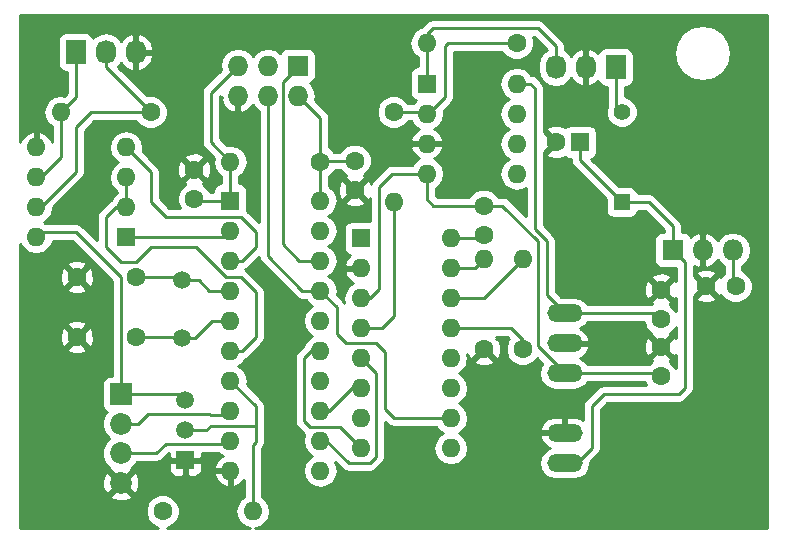
<source format=gbr>
G04 #@! TF.FileFunction,Copper,L2,Bot,Signal*
%FSLAX46Y46*%
G04 Gerber Fmt 4.6, Leading zero omitted, Abs format (unit mm)*
G04 Created by KiCad (PCBNEW 4.0.7) date 01/29/18 09:34:28*
%MOMM*%
%LPD*%
G01*
G04 APERTURE LIST*
%ADD10C,0.100000*%
%ADD11R,1.850000X1.850000*%
%ADD12C,1.850000*%
%ADD13R,1.600000X1.600000*%
%ADD14O,1.600000X1.600000*%
%ADD15C,1.600000*%
%ADD16R,1.397000X1.397000*%
%ADD17C,1.397000*%
%ADD18R,1.730000X2.030000*%
%ADD19O,1.730000X2.030000*%
%ADD20R,1.727200X1.727200*%
%ADD21O,1.727200X1.727200*%
%ADD22R,1.800000X1.800000*%
%ADD23O,1.800000X1.800000*%
%ADD24O,2.999740X1.501140*%
%ADD25C,1.500000*%
%ADD26C,1.520000*%
%ADD27R,1.520000X1.520000*%
%ADD28C,0.250000*%
%ADD29C,0.254000*%
G04 APERTURE END LIST*
D10*
D11*
X102870000Y-110236000D03*
D12*
X102870000Y-112736000D03*
X102870000Y-115236000D03*
X102870000Y-117736000D03*
D13*
X123190000Y-97028000D03*
D14*
X130810000Y-114808000D03*
X123190000Y-99568000D03*
X130810000Y-112268000D03*
X123190000Y-102108000D03*
X130810000Y-109728000D03*
X123190000Y-104648000D03*
X130810000Y-107188000D03*
X123190000Y-107188000D03*
X130810000Y-104648000D03*
X123190000Y-109728000D03*
X130810000Y-102108000D03*
X123190000Y-112268000D03*
X130810000Y-99568000D03*
X123190000Y-114808000D03*
X130810000Y-97028000D03*
D15*
X136398000Y-80518000D03*
D14*
X128778000Y-80518000D03*
D13*
X141732000Y-88900000D03*
D15*
X139732000Y-88900000D03*
X104140000Y-105410000D03*
X99140000Y-105410000D03*
X109093000Y-93726000D03*
X109093000Y-91226000D03*
X122682000Y-92964000D03*
X122682000Y-90464000D03*
X133604000Y-96774000D03*
X133604000Y-94274000D03*
D16*
X145288000Y-93980000D03*
D17*
X145288000Y-86360000D03*
D18*
X144780000Y-82550000D03*
D19*
X142240000Y-82550000D03*
X139700000Y-82550000D03*
D20*
X117856000Y-82423000D03*
D21*
X117856000Y-84963000D03*
X115316000Y-82423000D03*
X115316000Y-84963000D03*
X112776000Y-82423000D03*
X112776000Y-84963000D03*
D18*
X99060000Y-81280000D03*
D19*
X101600000Y-81280000D03*
X104140000Y-81280000D03*
D15*
X119761000Y-90551000D03*
D14*
X112141000Y-90551000D03*
D15*
X136906000Y-106426000D03*
D14*
X136906000Y-98806000D03*
D15*
X133604000Y-106426000D03*
D14*
X133604000Y-98806000D03*
D15*
X125984000Y-86360000D03*
D14*
X125984000Y-93980000D03*
D15*
X105410000Y-86360000D03*
D14*
X97790000Y-86360000D03*
D22*
X149606000Y-98044000D03*
D23*
X152146000Y-98044000D03*
X154686000Y-98044000D03*
D24*
X140462000Y-116078000D03*
X140462000Y-113527840D03*
X140462000Y-108478320D03*
X140462000Y-105928200D03*
X140462000Y-103378000D03*
D13*
X112141000Y-93853000D03*
D14*
X119761000Y-116713000D03*
X112141000Y-96393000D03*
X119761000Y-114173000D03*
X112141000Y-98933000D03*
X119761000Y-111633000D03*
X112141000Y-101473000D03*
X119761000Y-109093000D03*
X112141000Y-104013000D03*
X119761000Y-106553000D03*
X112141000Y-106553000D03*
X119761000Y-104013000D03*
X112141000Y-109093000D03*
X119761000Y-101473000D03*
X112141000Y-111633000D03*
X119761000Y-98933000D03*
X112141000Y-114173000D03*
X119761000Y-96393000D03*
X112141000Y-116713000D03*
X119761000Y-93853000D03*
D13*
X128778000Y-83947000D03*
D14*
X136398000Y-91567000D03*
X128778000Y-86487000D03*
X136398000Y-89027000D03*
X128778000Y-89027000D03*
X136398000Y-86487000D03*
X128778000Y-91567000D03*
X136398000Y-83947000D03*
D13*
X103314500Y-96964500D03*
D14*
X95694500Y-89344500D03*
X103314500Y-94424500D03*
X95694500Y-91884500D03*
X103314500Y-91884500D03*
X95694500Y-94424500D03*
X103314500Y-89344500D03*
X95694500Y-96964500D03*
D25*
X108077000Y-100584000D03*
X108077000Y-105464000D03*
D15*
X106426000Y-120142000D03*
D14*
X114046000Y-120142000D03*
D15*
X104140000Y-100330000D03*
X99140000Y-100330000D03*
X154940000Y-101092000D03*
X152440000Y-101092000D03*
X148590000Y-108712000D03*
X148590000Y-106212000D03*
X148590000Y-103886000D03*
X148590000Y-101386000D03*
D26*
X108331000Y-113284000D03*
X108331000Y-110744000D03*
D27*
X108331000Y-115824000D03*
D28*
X140462000Y-116078000D02*
X141478000Y-116078000D01*
X141478000Y-116078000D02*
X142748000Y-114808000D01*
X142748000Y-114808000D02*
X142748000Y-111252000D01*
X142748000Y-111252000D02*
X143764000Y-110236000D01*
X143764000Y-110236000D02*
X150114000Y-110236000D01*
X150114000Y-110236000D02*
X150622000Y-109728000D01*
X150622000Y-109728000D02*
X150622000Y-99060000D01*
X150622000Y-99060000D02*
X149606000Y-98044000D01*
X145288000Y-93980000D02*
X147574000Y-93980000D01*
X149606000Y-96012000D02*
X149606000Y-98044000D01*
X147574000Y-93980000D02*
X149606000Y-96012000D01*
X141732000Y-88900000D02*
X141732000Y-90424000D01*
X141732000Y-90424000D02*
X145288000Y-93980000D01*
X104140000Y-100330000D02*
X107823000Y-100330000D01*
X107823000Y-100330000D02*
X108077000Y-100584000D01*
X108077000Y-100584000D02*
X109474000Y-100584000D01*
X110363000Y-101473000D02*
X112141000Y-101473000D01*
X109474000Y-100584000D02*
X110363000Y-101473000D01*
X104140000Y-105410000D02*
X108023000Y-105410000D01*
X108023000Y-105410000D02*
X108077000Y-105464000D01*
X108077000Y-105464000D02*
X109166000Y-105464000D01*
X110617000Y-104013000D02*
X112141000Y-104013000D01*
X109166000Y-105464000D02*
X110617000Y-104013000D01*
X154686000Y-98044000D02*
X154686000Y-100838000D01*
X154686000Y-100838000D02*
X154940000Y-101092000D01*
X112141000Y-90551000D02*
X110490000Y-88900000D01*
X110490000Y-84709000D02*
X112776000Y-82423000D01*
X110490000Y-88900000D02*
X110490000Y-84709000D01*
X112141000Y-90551000D02*
X112141000Y-93853000D01*
X112141000Y-93853000D02*
X109220000Y-93853000D01*
X109220000Y-93853000D02*
X109093000Y-93726000D01*
X102870000Y-110236000D02*
X107823000Y-110236000D01*
X107823000Y-110236000D02*
X108331000Y-110744000D01*
X122682000Y-90464000D02*
X119848000Y-90464000D01*
X119848000Y-90464000D02*
X119761000Y-90551000D01*
X136906000Y-106426000D02*
X136906000Y-105664000D01*
X136906000Y-105664000D02*
X135890000Y-104648000D01*
X135890000Y-104648000D02*
X130810000Y-104648000D01*
X119761000Y-90551000D02*
X119761000Y-86868000D01*
X119761000Y-86868000D02*
X117856000Y-84963000D01*
X102870000Y-110236000D02*
X102870000Y-109220000D01*
X99060000Y-96520000D02*
X96139000Y-96520000D01*
X102870000Y-100330000D02*
X99060000Y-96520000D01*
X102870000Y-109220000D02*
X102870000Y-100330000D01*
X96139000Y-96520000D02*
X95694500Y-96964500D01*
X119801000Y-93813000D02*
X119761000Y-93853000D01*
X119761000Y-90551000D02*
X119761000Y-93853000D01*
X130810000Y-97028000D02*
X133350000Y-97028000D01*
X133350000Y-97028000D02*
X133604000Y-96774000D01*
X140462000Y-108478320D02*
X148356320Y-108478320D01*
X148356320Y-108478320D02*
X148590000Y-108712000D01*
X133604000Y-94274000D02*
X135168000Y-94274000D01*
X138176000Y-106192320D02*
X140462000Y-108478320D01*
X138176000Y-97282000D02*
X138176000Y-106192320D01*
X135168000Y-94274000D02*
X138176000Y-97282000D01*
X133604000Y-94274000D02*
X129326000Y-94274000D01*
X128778000Y-93726000D02*
X128778000Y-91567000D01*
X129326000Y-94274000D02*
X128778000Y-93726000D01*
X123190000Y-102108000D02*
X123952000Y-102108000D01*
X123952000Y-102108000D02*
X124714000Y-101346000D01*
X124714000Y-101346000D02*
X124714000Y-92710000D01*
X124714000Y-92710000D02*
X125857000Y-91567000D01*
X125857000Y-91567000D02*
X128778000Y-91567000D01*
X144780000Y-82550000D02*
X144780000Y-85852000D01*
X144780000Y-85852000D02*
X145288000Y-86360000D01*
X128778000Y-80518000D02*
X128778000Y-79756000D01*
X128778000Y-79756000D02*
X129286000Y-79248000D01*
X139700000Y-80772000D02*
X139700000Y-82550000D01*
X138176000Y-79248000D02*
X139700000Y-80772000D01*
X129286000Y-79248000D02*
X138176000Y-79248000D01*
X128778000Y-83947000D02*
X128778000Y-80518000D01*
X102870000Y-112736000D02*
X104307000Y-112736000D01*
X110490000Y-112014000D02*
X111760000Y-112014000D01*
X110363000Y-111887000D02*
X110490000Y-112014000D01*
X105156000Y-111887000D02*
X110363000Y-111887000D01*
X104307000Y-112736000D02*
X105156000Y-111887000D01*
X111760000Y-112014000D02*
X112141000Y-111633000D01*
X102870000Y-115236000D02*
X105871000Y-115236000D01*
X106680000Y-114427000D02*
X111887000Y-114427000D01*
X105871000Y-115236000D02*
X106680000Y-114427000D01*
X111887000Y-114427000D02*
X112141000Y-114173000D01*
X119761000Y-98933000D02*
X120015000Y-98933000D01*
X117856000Y-82423000D02*
X117856000Y-82550000D01*
X117856000Y-82550000D02*
X116586000Y-83820000D01*
X116586000Y-83820000D02*
X116586000Y-97536000D01*
X116586000Y-97536000D02*
X117983000Y-98933000D01*
X117983000Y-98933000D02*
X119761000Y-98933000D01*
X119761000Y-101473000D02*
X121158000Y-102870000D01*
X125984000Y-112268000D02*
X130810000Y-112268000D01*
X125222000Y-111506000D02*
X125984000Y-112268000D01*
X125222000Y-106680000D02*
X125222000Y-111506000D01*
X124460000Y-105918000D02*
X125222000Y-106680000D01*
X121920000Y-105918000D02*
X124460000Y-105918000D01*
X121158000Y-105156000D02*
X121920000Y-105918000D01*
X121158000Y-102870000D02*
X121158000Y-105156000D01*
X115316000Y-84963000D02*
X115316000Y-98552000D01*
X118237000Y-101473000D02*
X119761000Y-101473000D01*
X115316000Y-98552000D02*
X118237000Y-101473000D01*
X95694500Y-91884500D02*
X96075500Y-91884500D01*
X96075500Y-91884500D02*
X97790000Y-90170000D01*
X97790000Y-90170000D02*
X97790000Y-86360000D01*
X97790000Y-86360000D02*
X99060000Y-85090000D01*
X99060000Y-85090000D02*
X99060000Y-81280000D01*
X95694500Y-94424500D02*
X96075500Y-94424500D01*
X96075500Y-94424500D02*
X99060000Y-91440000D01*
X99060000Y-91440000D02*
X99060000Y-87630000D01*
X99060000Y-87630000D02*
X100330000Y-86360000D01*
X100330000Y-86360000D02*
X105410000Y-86360000D01*
X101600000Y-81280000D02*
X101600000Y-82550000D01*
X101600000Y-82550000D02*
X105410000Y-86360000D01*
X130810000Y-102108000D02*
X133604000Y-102108000D01*
X133604000Y-102108000D02*
X136906000Y-98806000D01*
X130810000Y-99568000D02*
X132842000Y-99568000D01*
X132842000Y-99568000D02*
X133604000Y-98806000D01*
X128778000Y-86487000D02*
X128905000Y-86487000D01*
X128905000Y-86487000D02*
X130302000Y-85090000D01*
X130556000Y-80518000D02*
X136398000Y-80518000D01*
X130302000Y-80772000D02*
X130556000Y-80518000D01*
X130302000Y-85090000D02*
X130302000Y-80772000D01*
X125984000Y-86360000D02*
X128651000Y-86360000D01*
X128651000Y-86360000D02*
X128778000Y-86487000D01*
X128143000Y-86487000D02*
X128778000Y-86487000D01*
X123190000Y-104648000D02*
X124968000Y-104648000D01*
X125984000Y-103632000D02*
X125984000Y-93980000D01*
X124968000Y-104648000D02*
X125984000Y-103632000D01*
X136398000Y-83947000D02*
X137541000Y-83947000D01*
X138938000Y-101854000D02*
X140462000Y-103378000D01*
X138938000Y-97282000D02*
X138938000Y-101854000D01*
X137922000Y-96266000D02*
X138938000Y-97282000D01*
X137922000Y-84328000D02*
X137922000Y-96266000D01*
X137541000Y-83947000D02*
X137922000Y-84328000D01*
X140462000Y-103378000D02*
X148082000Y-103378000D01*
X148082000Y-103378000D02*
X148590000Y-103886000D01*
X103314500Y-96964500D02*
X111569500Y-96964500D01*
X111569500Y-96964500D02*
X112141000Y-96393000D01*
X119761000Y-114173000D02*
X120269000Y-114173000D01*
X120269000Y-114173000D02*
X122174000Y-116078000D01*
X122174000Y-116078000D02*
X123952000Y-116078000D01*
X123952000Y-116078000D02*
X124460000Y-115570000D01*
X124460000Y-115570000D02*
X124460000Y-108458000D01*
X124460000Y-108458000D02*
X123190000Y-107188000D01*
X112141000Y-98933000D02*
X113157000Y-98933000D01*
X105410000Y-91440000D02*
X103314500Y-89344500D01*
X105410000Y-93980000D02*
X105410000Y-91440000D01*
X106680000Y-95250000D02*
X105410000Y-93980000D01*
X113030000Y-95250000D02*
X106680000Y-95250000D01*
X114300000Y-96520000D02*
X113030000Y-95250000D01*
X114300000Y-97790000D02*
X114300000Y-96520000D01*
X113157000Y-98933000D02*
X114300000Y-97790000D01*
X119761000Y-111633000D02*
X120523000Y-111633000D01*
X120523000Y-111633000D02*
X122428000Y-109728000D01*
X122428000Y-109728000D02*
X123190000Y-109728000D01*
X119761000Y-106553000D02*
X118999000Y-106553000D01*
X118999000Y-106553000D02*
X118364000Y-107188000D01*
X118364000Y-107188000D02*
X118364000Y-112522000D01*
X118364000Y-112522000D02*
X118872000Y-113030000D01*
X118872000Y-113030000D02*
X121412000Y-113030000D01*
X121412000Y-113030000D02*
X123190000Y-114808000D01*
X112141000Y-106553000D02*
X113157000Y-106553000D01*
X102425500Y-94424500D02*
X103314500Y-94424500D01*
X101600000Y-95250000D02*
X102425500Y-94424500D01*
X101600000Y-97790000D02*
X101600000Y-95250000D01*
X102870000Y-99060000D02*
X101600000Y-97790000D01*
X104140000Y-99060000D02*
X102870000Y-99060000D01*
X105410000Y-97790000D02*
X104140000Y-99060000D01*
X109220000Y-97790000D02*
X105410000Y-97790000D01*
X110490000Y-99060000D02*
X109220000Y-97790000D01*
X111760000Y-100330000D02*
X110490000Y-99060000D01*
X113030000Y-100330000D02*
X111760000Y-100330000D01*
X114300000Y-101600000D02*
X113030000Y-100330000D01*
X114300000Y-105410000D02*
X114300000Y-101600000D01*
X113157000Y-106553000D02*
X114300000Y-105410000D01*
X103314500Y-91884500D02*
X103314500Y-94424500D01*
X108331000Y-113284000D02*
X110109000Y-113284000D01*
X110490000Y-112903000D02*
X114300000Y-112903000D01*
X110109000Y-113284000D02*
X110490000Y-112903000D01*
X114046000Y-120142000D02*
X114046000Y-114554000D01*
X114046000Y-114554000D02*
X114300000Y-114300000D01*
X114300000Y-111252000D02*
X112141000Y-109093000D01*
X114300000Y-114300000D02*
X114300000Y-112903000D01*
X114300000Y-112903000D02*
X114300000Y-111252000D01*
D29*
G36*
X102110000Y-100644802D02*
X102110000Y-108663560D01*
X101945000Y-108663560D01*
X101709683Y-108707838D01*
X101493559Y-108846910D01*
X101348569Y-109059110D01*
X101297560Y-109311000D01*
X101297560Y-111161000D01*
X101341838Y-111396317D01*
X101480910Y-111612441D01*
X101662874Y-111736771D01*
X101548268Y-111851177D01*
X101310272Y-112424336D01*
X101309730Y-113044942D01*
X101546725Y-113618514D01*
X101913826Y-113986256D01*
X101548268Y-114351177D01*
X101310272Y-114924336D01*
X101309730Y-115544942D01*
X101546725Y-116118514D01*
X101980574Y-116553121D01*
X101951349Y-116637744D01*
X102870000Y-117556395D01*
X103788651Y-116637744D01*
X103759235Y-116552566D01*
X104191732Y-116120823D01*
X104196329Y-116109750D01*
X106936000Y-116109750D01*
X106936000Y-116710310D01*
X107032673Y-116943699D01*
X107211302Y-117122327D01*
X107444691Y-117219000D01*
X108045250Y-117219000D01*
X108204000Y-117060250D01*
X108204000Y-115951000D01*
X108458000Y-115951000D01*
X108458000Y-117060250D01*
X108616750Y-117219000D01*
X109217309Y-117219000D01*
X109450698Y-117122327D01*
X109510986Y-117062039D01*
X110749096Y-117062039D01*
X110909959Y-117450423D01*
X111285866Y-117865389D01*
X111791959Y-118104914D01*
X112014000Y-117983629D01*
X112014000Y-116840000D01*
X110871085Y-116840000D01*
X110749096Y-117062039D01*
X109510986Y-117062039D01*
X109629327Y-116943699D01*
X109726000Y-116710310D01*
X109726000Y-116109750D01*
X109567250Y-115951000D01*
X108458000Y-115951000D01*
X108204000Y-115951000D01*
X107094750Y-115951000D01*
X106936000Y-116109750D01*
X104196329Y-116109750D01*
X104243563Y-115996000D01*
X105871000Y-115996000D01*
X106161839Y-115938148D01*
X106408401Y-115773401D01*
X106936000Y-115245802D01*
X106936000Y-115538250D01*
X107094750Y-115697000D01*
X108204000Y-115697000D01*
X108204000Y-115677000D01*
X108458000Y-115677000D01*
X108458000Y-115697000D01*
X109567250Y-115697000D01*
X109726000Y-115538250D01*
X109726000Y-115187000D01*
X111097723Y-115187000D01*
X111098189Y-115187698D01*
X111502703Y-115457986D01*
X111285866Y-115560611D01*
X110909959Y-115975577D01*
X110749096Y-116363961D01*
X110871085Y-116586000D01*
X112014000Y-116586000D01*
X112014000Y-116566000D01*
X112268000Y-116566000D01*
X112268000Y-116586000D01*
X112288000Y-116586000D01*
X112288000Y-116840000D01*
X112268000Y-116840000D01*
X112268000Y-117983629D01*
X112490041Y-118104914D01*
X112996134Y-117865389D01*
X113286000Y-117545404D01*
X113286000Y-118938333D01*
X113003189Y-119127302D01*
X112692120Y-119592849D01*
X112582887Y-120142000D01*
X112692120Y-120691151D01*
X113003189Y-121156698D01*
X113468736Y-121467767D01*
X113826848Y-121539000D01*
X106802754Y-121539000D01*
X107237800Y-121359243D01*
X107641824Y-120955923D01*
X107860750Y-120428691D01*
X107861248Y-119857813D01*
X107643243Y-119330200D01*
X107239923Y-118926176D01*
X106712691Y-118707250D01*
X106141813Y-118706752D01*
X105614200Y-118924757D01*
X105210176Y-119328077D01*
X104991250Y-119855309D01*
X104990752Y-120426187D01*
X105208757Y-120953800D01*
X105612077Y-121357824D01*
X106048397Y-121539000D01*
X94361000Y-121539000D01*
X94361000Y-118834256D01*
X101951349Y-118834256D01*
X102040821Y-119093332D01*
X102623368Y-119307325D01*
X103243461Y-119282097D01*
X103699179Y-119093332D01*
X103788651Y-118834256D01*
X102870000Y-117915605D01*
X101951349Y-118834256D01*
X94361000Y-118834256D01*
X94361000Y-117489368D01*
X101298675Y-117489368D01*
X101323903Y-118109461D01*
X101512668Y-118565179D01*
X101771744Y-118654651D01*
X102690395Y-117736000D01*
X103049605Y-117736000D01*
X103968256Y-118654651D01*
X104227332Y-118565179D01*
X104441325Y-117982632D01*
X104416097Y-117362539D01*
X104227332Y-116906821D01*
X103968256Y-116817349D01*
X103049605Y-117736000D01*
X102690395Y-117736000D01*
X101771744Y-116817349D01*
X101512668Y-116906821D01*
X101298675Y-117489368D01*
X94361000Y-117489368D01*
X94361000Y-106417745D01*
X98311861Y-106417745D01*
X98385995Y-106663864D01*
X98923223Y-106856965D01*
X99493454Y-106829778D01*
X99894005Y-106663864D01*
X99968139Y-106417745D01*
X99140000Y-105589605D01*
X98311861Y-106417745D01*
X94361000Y-106417745D01*
X94361000Y-105193223D01*
X97693035Y-105193223D01*
X97720222Y-105763454D01*
X97886136Y-106164005D01*
X98132255Y-106238139D01*
X98960395Y-105410000D01*
X99319605Y-105410000D01*
X100147745Y-106238139D01*
X100393864Y-106164005D01*
X100586965Y-105626777D01*
X100559778Y-105056546D01*
X100393864Y-104655995D01*
X100147745Y-104581861D01*
X99319605Y-105410000D01*
X98960395Y-105410000D01*
X98132255Y-104581861D01*
X97886136Y-104655995D01*
X97693035Y-105193223D01*
X94361000Y-105193223D01*
X94361000Y-104402255D01*
X98311861Y-104402255D01*
X99140000Y-105230395D01*
X99968139Y-104402255D01*
X99894005Y-104156136D01*
X99356777Y-103963035D01*
X98786546Y-103990222D01*
X98385995Y-104156136D01*
X98311861Y-104402255D01*
X94361000Y-104402255D01*
X94361000Y-101337745D01*
X98311861Y-101337745D01*
X98385995Y-101583864D01*
X98923223Y-101776965D01*
X99493454Y-101749778D01*
X99894005Y-101583864D01*
X99968139Y-101337745D01*
X99140000Y-100509605D01*
X98311861Y-101337745D01*
X94361000Y-101337745D01*
X94361000Y-100113223D01*
X97693035Y-100113223D01*
X97720222Y-100683454D01*
X97886136Y-101084005D01*
X98132255Y-101158139D01*
X98960395Y-100330000D01*
X99319605Y-100330000D01*
X100147745Y-101158139D01*
X100393864Y-101084005D01*
X100586965Y-100546777D01*
X100559778Y-99976546D01*
X100393864Y-99575995D01*
X100147745Y-99501861D01*
X99319605Y-100330000D01*
X98960395Y-100330000D01*
X98132255Y-99501861D01*
X97886136Y-99575995D01*
X97693035Y-100113223D01*
X94361000Y-100113223D01*
X94361000Y-99322255D01*
X98311861Y-99322255D01*
X99140000Y-100150395D01*
X99968139Y-99322255D01*
X99894005Y-99076136D01*
X99356777Y-98883035D01*
X98786546Y-98910222D01*
X98385995Y-99076136D01*
X98311861Y-99322255D01*
X94361000Y-99322255D01*
X94361000Y-97544152D01*
X94651689Y-97979198D01*
X95117236Y-98290267D01*
X95666387Y-98399500D01*
X95722613Y-98399500D01*
X96271764Y-98290267D01*
X96737311Y-97979198D01*
X97048380Y-97513651D01*
X97094856Y-97280000D01*
X98745198Y-97280000D01*
X102110000Y-100644802D01*
X102110000Y-100644802D01*
G37*
X102110000Y-100644802D02*
X102110000Y-108663560D01*
X101945000Y-108663560D01*
X101709683Y-108707838D01*
X101493559Y-108846910D01*
X101348569Y-109059110D01*
X101297560Y-109311000D01*
X101297560Y-111161000D01*
X101341838Y-111396317D01*
X101480910Y-111612441D01*
X101662874Y-111736771D01*
X101548268Y-111851177D01*
X101310272Y-112424336D01*
X101309730Y-113044942D01*
X101546725Y-113618514D01*
X101913826Y-113986256D01*
X101548268Y-114351177D01*
X101310272Y-114924336D01*
X101309730Y-115544942D01*
X101546725Y-116118514D01*
X101980574Y-116553121D01*
X101951349Y-116637744D01*
X102870000Y-117556395D01*
X103788651Y-116637744D01*
X103759235Y-116552566D01*
X104191732Y-116120823D01*
X104196329Y-116109750D01*
X106936000Y-116109750D01*
X106936000Y-116710310D01*
X107032673Y-116943699D01*
X107211302Y-117122327D01*
X107444691Y-117219000D01*
X108045250Y-117219000D01*
X108204000Y-117060250D01*
X108204000Y-115951000D01*
X108458000Y-115951000D01*
X108458000Y-117060250D01*
X108616750Y-117219000D01*
X109217309Y-117219000D01*
X109450698Y-117122327D01*
X109510986Y-117062039D01*
X110749096Y-117062039D01*
X110909959Y-117450423D01*
X111285866Y-117865389D01*
X111791959Y-118104914D01*
X112014000Y-117983629D01*
X112014000Y-116840000D01*
X110871085Y-116840000D01*
X110749096Y-117062039D01*
X109510986Y-117062039D01*
X109629327Y-116943699D01*
X109726000Y-116710310D01*
X109726000Y-116109750D01*
X109567250Y-115951000D01*
X108458000Y-115951000D01*
X108204000Y-115951000D01*
X107094750Y-115951000D01*
X106936000Y-116109750D01*
X104196329Y-116109750D01*
X104243563Y-115996000D01*
X105871000Y-115996000D01*
X106161839Y-115938148D01*
X106408401Y-115773401D01*
X106936000Y-115245802D01*
X106936000Y-115538250D01*
X107094750Y-115697000D01*
X108204000Y-115697000D01*
X108204000Y-115677000D01*
X108458000Y-115677000D01*
X108458000Y-115697000D01*
X109567250Y-115697000D01*
X109726000Y-115538250D01*
X109726000Y-115187000D01*
X111097723Y-115187000D01*
X111098189Y-115187698D01*
X111502703Y-115457986D01*
X111285866Y-115560611D01*
X110909959Y-115975577D01*
X110749096Y-116363961D01*
X110871085Y-116586000D01*
X112014000Y-116586000D01*
X112014000Y-116566000D01*
X112268000Y-116566000D01*
X112268000Y-116586000D01*
X112288000Y-116586000D01*
X112288000Y-116840000D01*
X112268000Y-116840000D01*
X112268000Y-117983629D01*
X112490041Y-118104914D01*
X112996134Y-117865389D01*
X113286000Y-117545404D01*
X113286000Y-118938333D01*
X113003189Y-119127302D01*
X112692120Y-119592849D01*
X112582887Y-120142000D01*
X112692120Y-120691151D01*
X113003189Y-121156698D01*
X113468736Y-121467767D01*
X113826848Y-121539000D01*
X106802754Y-121539000D01*
X107237800Y-121359243D01*
X107641824Y-120955923D01*
X107860750Y-120428691D01*
X107861248Y-119857813D01*
X107643243Y-119330200D01*
X107239923Y-118926176D01*
X106712691Y-118707250D01*
X106141813Y-118706752D01*
X105614200Y-118924757D01*
X105210176Y-119328077D01*
X104991250Y-119855309D01*
X104990752Y-120426187D01*
X105208757Y-120953800D01*
X105612077Y-121357824D01*
X106048397Y-121539000D01*
X94361000Y-121539000D01*
X94361000Y-118834256D01*
X101951349Y-118834256D01*
X102040821Y-119093332D01*
X102623368Y-119307325D01*
X103243461Y-119282097D01*
X103699179Y-119093332D01*
X103788651Y-118834256D01*
X102870000Y-117915605D01*
X101951349Y-118834256D01*
X94361000Y-118834256D01*
X94361000Y-117489368D01*
X101298675Y-117489368D01*
X101323903Y-118109461D01*
X101512668Y-118565179D01*
X101771744Y-118654651D01*
X102690395Y-117736000D01*
X103049605Y-117736000D01*
X103968256Y-118654651D01*
X104227332Y-118565179D01*
X104441325Y-117982632D01*
X104416097Y-117362539D01*
X104227332Y-116906821D01*
X103968256Y-116817349D01*
X103049605Y-117736000D01*
X102690395Y-117736000D01*
X101771744Y-116817349D01*
X101512668Y-116906821D01*
X101298675Y-117489368D01*
X94361000Y-117489368D01*
X94361000Y-106417745D01*
X98311861Y-106417745D01*
X98385995Y-106663864D01*
X98923223Y-106856965D01*
X99493454Y-106829778D01*
X99894005Y-106663864D01*
X99968139Y-106417745D01*
X99140000Y-105589605D01*
X98311861Y-106417745D01*
X94361000Y-106417745D01*
X94361000Y-105193223D01*
X97693035Y-105193223D01*
X97720222Y-105763454D01*
X97886136Y-106164005D01*
X98132255Y-106238139D01*
X98960395Y-105410000D01*
X99319605Y-105410000D01*
X100147745Y-106238139D01*
X100393864Y-106164005D01*
X100586965Y-105626777D01*
X100559778Y-105056546D01*
X100393864Y-104655995D01*
X100147745Y-104581861D01*
X99319605Y-105410000D01*
X98960395Y-105410000D01*
X98132255Y-104581861D01*
X97886136Y-104655995D01*
X97693035Y-105193223D01*
X94361000Y-105193223D01*
X94361000Y-104402255D01*
X98311861Y-104402255D01*
X99140000Y-105230395D01*
X99968139Y-104402255D01*
X99894005Y-104156136D01*
X99356777Y-103963035D01*
X98786546Y-103990222D01*
X98385995Y-104156136D01*
X98311861Y-104402255D01*
X94361000Y-104402255D01*
X94361000Y-101337745D01*
X98311861Y-101337745D01*
X98385995Y-101583864D01*
X98923223Y-101776965D01*
X99493454Y-101749778D01*
X99894005Y-101583864D01*
X99968139Y-101337745D01*
X99140000Y-100509605D01*
X98311861Y-101337745D01*
X94361000Y-101337745D01*
X94361000Y-100113223D01*
X97693035Y-100113223D01*
X97720222Y-100683454D01*
X97886136Y-101084005D01*
X98132255Y-101158139D01*
X98960395Y-100330000D01*
X99319605Y-100330000D01*
X100147745Y-101158139D01*
X100393864Y-101084005D01*
X100586965Y-100546777D01*
X100559778Y-99976546D01*
X100393864Y-99575995D01*
X100147745Y-99501861D01*
X99319605Y-100330000D01*
X98960395Y-100330000D01*
X98132255Y-99501861D01*
X97886136Y-99575995D01*
X97693035Y-100113223D01*
X94361000Y-100113223D01*
X94361000Y-99322255D01*
X98311861Y-99322255D01*
X99140000Y-100150395D01*
X99968139Y-99322255D01*
X99894005Y-99076136D01*
X99356777Y-98883035D01*
X98786546Y-98910222D01*
X98385995Y-99076136D01*
X98311861Y-99322255D01*
X94361000Y-99322255D01*
X94361000Y-97544152D01*
X94651689Y-97979198D01*
X95117236Y-98290267D01*
X95666387Y-98399500D01*
X95722613Y-98399500D01*
X96271764Y-98290267D01*
X96737311Y-97979198D01*
X97048380Y-97513651D01*
X97094856Y-97280000D01*
X98745198Y-97280000D01*
X102110000Y-100644802D01*
G36*
X157607000Y-121539000D02*
X114265152Y-121539000D01*
X114623264Y-121467767D01*
X115088811Y-121156698D01*
X115399880Y-120691151D01*
X115509113Y-120142000D01*
X115399880Y-119592849D01*
X115088811Y-119127302D01*
X114806000Y-118938333D01*
X114806000Y-114868802D01*
X114837401Y-114837401D01*
X115002148Y-114590840D01*
X115060000Y-114300000D01*
X115060000Y-111252000D01*
X115002148Y-110961161D01*
X114837401Y-110714599D01*
X113539688Y-109416886D01*
X113604113Y-109093000D01*
X113494880Y-108543849D01*
X113183811Y-108078302D01*
X112801725Y-107823000D01*
X113183811Y-107567698D01*
X113384191Y-107267808D01*
X113447839Y-107255148D01*
X113694401Y-107090401D01*
X114837401Y-105947401D01*
X115002148Y-105700839D01*
X115060000Y-105410000D01*
X115060000Y-101600000D01*
X115052672Y-101563161D01*
X115002148Y-101309160D01*
X114837401Y-101062599D01*
X113567401Y-99792599D01*
X113373856Y-99663276D01*
X113384191Y-99647808D01*
X113447839Y-99635148D01*
X113694401Y-99470401D01*
X114565424Y-98599378D01*
X114613852Y-98842839D01*
X114778599Y-99089401D01*
X117699599Y-102010401D01*
X117946161Y-102175148D01*
X118237000Y-102233000D01*
X118548005Y-102233000D01*
X118718189Y-102487698D01*
X119100275Y-102743000D01*
X118718189Y-102998302D01*
X118407120Y-103463849D01*
X118297887Y-104013000D01*
X118407120Y-104562151D01*
X118718189Y-105027698D01*
X119100275Y-105283000D01*
X118718189Y-105538302D01*
X118407120Y-106003849D01*
X118390675Y-106086523D01*
X117826599Y-106650599D01*
X117661852Y-106897161D01*
X117604000Y-107188000D01*
X117604000Y-112522000D01*
X117661852Y-112812839D01*
X117826599Y-113059401D01*
X118334599Y-113567401D01*
X118410811Y-113618324D01*
X118407120Y-113623849D01*
X118297887Y-114173000D01*
X118407120Y-114722151D01*
X118718189Y-115187698D01*
X119100275Y-115443000D01*
X118718189Y-115698302D01*
X118407120Y-116163849D01*
X118297887Y-116713000D01*
X118407120Y-117262151D01*
X118718189Y-117727698D01*
X119183736Y-118038767D01*
X119732887Y-118148000D01*
X119789113Y-118148000D01*
X120338264Y-118038767D01*
X120803811Y-117727698D01*
X121114880Y-117262151D01*
X121224113Y-116713000D01*
X121114880Y-116163849D01*
X120973586Y-115952388D01*
X121636599Y-116615401D01*
X121883161Y-116780148D01*
X122174000Y-116838000D01*
X123952000Y-116838000D01*
X124242839Y-116780148D01*
X124489401Y-116615401D01*
X124997401Y-116107401D01*
X125017046Y-116078000D01*
X125162148Y-115860839D01*
X125220000Y-115570000D01*
X125220000Y-112578802D01*
X125446599Y-112805401D01*
X125693161Y-112970148D01*
X125984000Y-113028000D01*
X129597005Y-113028000D01*
X129767189Y-113282698D01*
X130149275Y-113538000D01*
X129767189Y-113793302D01*
X129456120Y-114258849D01*
X129346887Y-114808000D01*
X129456120Y-115357151D01*
X129767189Y-115822698D01*
X130232736Y-116133767D01*
X130781887Y-116243000D01*
X130838113Y-116243000D01*
X131387264Y-116133767D01*
X131852811Y-115822698D01*
X132163880Y-115357151D01*
X132273113Y-114808000D01*
X132163880Y-114258849D01*
X131852811Y-113793302D01*
X131470725Y-113538000D01*
X131852811Y-113282698D01*
X131917045Y-113186565D01*
X138369817Y-113186565D01*
X138492471Y-113400840D01*
X140335000Y-113400840D01*
X140335000Y-112142270D01*
X139585700Y-112142270D01*
X139065133Y-112296341D01*
X138643152Y-112637896D01*
X138384000Y-113114937D01*
X138369817Y-113186565D01*
X131917045Y-113186565D01*
X132163880Y-112817151D01*
X132273113Y-112268000D01*
X132163880Y-111718849D01*
X131852811Y-111253302D01*
X131470725Y-110998000D01*
X131852811Y-110742698D01*
X132163880Y-110277151D01*
X132273113Y-109728000D01*
X132163880Y-109178849D01*
X131852811Y-108713302D01*
X131470725Y-108458000D01*
X131852811Y-108202698D01*
X132163880Y-107737151D01*
X132224231Y-107433745D01*
X132775861Y-107433745D01*
X132849995Y-107679864D01*
X133387223Y-107872965D01*
X133957454Y-107845778D01*
X134358005Y-107679864D01*
X134432139Y-107433745D01*
X133604000Y-106605605D01*
X132775861Y-107433745D01*
X132224231Y-107433745D01*
X132273113Y-107188000D01*
X132198894Y-106814874D01*
X132350136Y-107180005D01*
X132596255Y-107254139D01*
X133424395Y-106426000D01*
X133410252Y-106411858D01*
X133589858Y-106232252D01*
X133604000Y-106246395D01*
X133618142Y-106232252D01*
X133797748Y-106411858D01*
X133783605Y-106426000D01*
X134611745Y-107254139D01*
X134857864Y-107180005D01*
X135050965Y-106642777D01*
X135023778Y-106072546D01*
X134857864Y-105671995D01*
X134611747Y-105597861D01*
X134726622Y-105482986D01*
X134651636Y-105408000D01*
X135575198Y-105408000D01*
X135734764Y-105567566D01*
X135690176Y-105612077D01*
X135471250Y-106139309D01*
X135470752Y-106710187D01*
X135688757Y-107237800D01*
X136092077Y-107641824D01*
X136619309Y-107860750D01*
X137190187Y-107861248D01*
X137717800Y-107643243D01*
X138121824Y-107239923D01*
X138129739Y-107220861D01*
X138577504Y-107668626D01*
X138390775Y-107948085D01*
X138285305Y-108478320D01*
X138390775Y-109008555D01*
X138691129Y-109458066D01*
X139140640Y-109758420D01*
X139670875Y-109863890D01*
X141253125Y-109863890D01*
X141783360Y-109758420D01*
X142232871Y-109458066D01*
X142379701Y-109238320D01*
X147254799Y-109238320D01*
X147353006Y-109476000D01*
X143764000Y-109476000D01*
X143473161Y-109533852D01*
X143226599Y-109698599D01*
X142210599Y-110714599D01*
X142045852Y-110961161D01*
X141988000Y-111252000D01*
X141988000Y-112400862D01*
X141858867Y-112296341D01*
X141338300Y-112142270D01*
X140589000Y-112142270D01*
X140589000Y-113400840D01*
X140609000Y-113400840D01*
X140609000Y-113654840D01*
X140589000Y-113654840D01*
X140589000Y-113674840D01*
X140335000Y-113674840D01*
X140335000Y-113654840D01*
X138492471Y-113654840D01*
X138369817Y-113869115D01*
X138384000Y-113940743D01*
X138643152Y-114417784D01*
X139065133Y-114759339D01*
X139173402Y-114791383D01*
X139140640Y-114797900D01*
X138691129Y-115098254D01*
X138390775Y-115547765D01*
X138285305Y-116078000D01*
X138390775Y-116608235D01*
X138691129Y-117057746D01*
X139140640Y-117358100D01*
X139670875Y-117463570D01*
X141253125Y-117463570D01*
X141783360Y-117358100D01*
X142232871Y-117057746D01*
X142533225Y-116608235D01*
X142638695Y-116078000D01*
X142624444Y-116006358D01*
X143285401Y-115345401D01*
X143450148Y-115098840D01*
X143508000Y-114808000D01*
X143508000Y-111566802D01*
X144078802Y-110996000D01*
X150114000Y-110996000D01*
X150404839Y-110938148D01*
X150651401Y-110773401D01*
X151159401Y-110265401D01*
X151324147Y-110018840D01*
X151324148Y-110018839D01*
X151382000Y-109728000D01*
X151382000Y-102099745D01*
X151611861Y-102099745D01*
X151685995Y-102345864D01*
X152223223Y-102538965D01*
X152793454Y-102511778D01*
X153194005Y-102345864D01*
X153268139Y-102099745D01*
X152440000Y-101271605D01*
X151611861Y-102099745D01*
X151382000Y-102099745D01*
X151382000Y-101905002D01*
X151432255Y-101920139D01*
X152260395Y-101092000D01*
X151432255Y-100263861D01*
X151382000Y-100278998D01*
X151382000Y-100084255D01*
X151611861Y-100084255D01*
X152440000Y-100912395D01*
X153268139Y-100084255D01*
X153194005Y-99838136D01*
X152656777Y-99645035D01*
X152086546Y-99672222D01*
X151685995Y-99838136D01*
X151611861Y-100084255D01*
X151382000Y-100084255D01*
X151382000Y-99348904D01*
X151781258Y-99535046D01*
X152019000Y-99414997D01*
X152019000Y-98171000D01*
X151999000Y-98171000D01*
X151999000Y-97917000D01*
X152019000Y-97917000D01*
X152019000Y-96673003D01*
X152273000Y-96673003D01*
X152273000Y-97917000D01*
X152293000Y-97917000D01*
X152293000Y-98171000D01*
X152273000Y-98171000D01*
X152273000Y-99414997D01*
X152510742Y-99535046D01*
X153053576Y-99281966D01*
X153411499Y-98891418D01*
X153570519Y-99129409D01*
X153926000Y-99366934D01*
X153926000Y-100076605D01*
X153724176Y-100278077D01*
X153696577Y-100344544D01*
X153693864Y-100337995D01*
X153447745Y-100263861D01*
X152619605Y-101092000D01*
X153447745Y-101920139D01*
X153693864Y-101846005D01*
X153696196Y-101839517D01*
X153722757Y-101903800D01*
X154126077Y-102307824D01*
X154653309Y-102526750D01*
X155224187Y-102527248D01*
X155751800Y-102309243D01*
X156155824Y-101905923D01*
X156374750Y-101378691D01*
X156375248Y-100807813D01*
X156157243Y-100280200D01*
X155753923Y-99876176D01*
X155446000Y-99748315D01*
X155446000Y-99366934D01*
X155801481Y-99129409D01*
X156134227Y-98631419D01*
X156251072Y-98044000D01*
X156134227Y-97456581D01*
X155801481Y-96958591D01*
X155303491Y-96625845D01*
X154716072Y-96509000D01*
X154655928Y-96509000D01*
X154068509Y-96625845D01*
X153570519Y-96958591D01*
X153411499Y-97196582D01*
X153053576Y-96806034D01*
X152510742Y-96552954D01*
X152273000Y-96673003D01*
X152019000Y-96673003D01*
X151781258Y-96552954D01*
X151238424Y-96806034D01*
X151115156Y-96940538D01*
X151109162Y-96908683D01*
X150970090Y-96692559D01*
X150757890Y-96547569D01*
X150506000Y-96496560D01*
X150366000Y-96496560D01*
X150366000Y-96012000D01*
X150308148Y-95721161D01*
X150143401Y-95474599D01*
X148111401Y-93442599D01*
X147864839Y-93277852D01*
X147574000Y-93220000D01*
X146622368Y-93220000D01*
X146589662Y-93046183D01*
X146450590Y-92830059D01*
X146238390Y-92685069D01*
X145986500Y-92634060D01*
X145016862Y-92634060D01*
X142698847Y-90316045D01*
X142767317Y-90303162D01*
X142983441Y-90164090D01*
X143128431Y-89951890D01*
X143179440Y-89700000D01*
X143179440Y-88100000D01*
X143135162Y-87864683D01*
X142996090Y-87648559D01*
X142783890Y-87503569D01*
X142532000Y-87452560D01*
X140932000Y-87452560D01*
X140696683Y-87496838D01*
X140480559Y-87635910D01*
X140476023Y-87642548D01*
X139948777Y-87453035D01*
X139378546Y-87480222D01*
X138977995Y-87646136D01*
X138903861Y-87892255D01*
X139732000Y-88720395D01*
X139746142Y-88706252D01*
X139925748Y-88885858D01*
X139911605Y-88900000D01*
X139925748Y-88914143D01*
X139746142Y-89093748D01*
X139732000Y-89079605D01*
X138903861Y-89907745D01*
X138977995Y-90153864D01*
X139515223Y-90346965D01*
X140085454Y-90319778D01*
X140476947Y-90157616D01*
X140680110Y-90296431D01*
X140932000Y-90347440D01*
X140972000Y-90347440D01*
X140972000Y-90424000D01*
X141029852Y-90714839D01*
X141194599Y-90961401D01*
X143942060Y-93708862D01*
X143942060Y-94678500D01*
X143986338Y-94913817D01*
X144125410Y-95129941D01*
X144337610Y-95274931D01*
X144589500Y-95325940D01*
X145986500Y-95325940D01*
X146221817Y-95281662D01*
X146437941Y-95142590D01*
X146582931Y-94930390D01*
X146621486Y-94740000D01*
X147259198Y-94740000D01*
X148846000Y-96326802D01*
X148846000Y-96496560D01*
X148706000Y-96496560D01*
X148470683Y-96540838D01*
X148254559Y-96679910D01*
X148109569Y-96892110D01*
X148058560Y-97144000D01*
X148058560Y-98944000D01*
X148102838Y-99179317D01*
X148241910Y-99395441D01*
X148454110Y-99540431D01*
X148706000Y-99591440D01*
X149862000Y-99591440D01*
X149862000Y-100675779D01*
X149843864Y-100631995D01*
X149597745Y-100557861D01*
X148769605Y-101386000D01*
X149597745Y-102214139D01*
X149843864Y-102140005D01*
X149862000Y-102089549D01*
X149862000Y-103206722D01*
X149807243Y-103074200D01*
X149403923Y-102670176D01*
X149337456Y-102642577D01*
X149344005Y-102639864D01*
X149418139Y-102393745D01*
X148590000Y-101565605D01*
X147761861Y-102393745D01*
X147829409Y-102618000D01*
X142379701Y-102618000D01*
X142232871Y-102398254D01*
X141783360Y-102097900D01*
X141253125Y-101992430D01*
X140151232Y-101992430D01*
X139698000Y-101539198D01*
X139698000Y-101169223D01*
X147143035Y-101169223D01*
X147170222Y-101739454D01*
X147336136Y-102140005D01*
X147582255Y-102214139D01*
X148410395Y-101386000D01*
X147582255Y-100557861D01*
X147336136Y-100631995D01*
X147143035Y-101169223D01*
X139698000Y-101169223D01*
X139698000Y-100378255D01*
X147761861Y-100378255D01*
X148590000Y-101206395D01*
X149418139Y-100378255D01*
X149344005Y-100132136D01*
X148806777Y-99939035D01*
X148236546Y-99966222D01*
X147835995Y-100132136D01*
X147761861Y-100378255D01*
X139698000Y-100378255D01*
X139698000Y-97282000D01*
X139640148Y-96991161D01*
X139475401Y-96744599D01*
X138682000Y-95951198D01*
X138682000Y-89715411D01*
X138724255Y-89728139D01*
X139552395Y-88900000D01*
X138724255Y-88071861D01*
X138682000Y-88084589D01*
X138682000Y-84328000D01*
X138662969Y-84232325D01*
X138624148Y-84037160D01*
X138459401Y-83790599D01*
X138078401Y-83409599D01*
X137831839Y-83244852D01*
X137621724Y-83203057D01*
X137440811Y-82932302D01*
X136975264Y-82621233D01*
X136426113Y-82512000D01*
X136369887Y-82512000D01*
X135820736Y-82621233D01*
X135355189Y-82932302D01*
X135044120Y-83397849D01*
X134934887Y-83947000D01*
X135044120Y-84496151D01*
X135355189Y-84961698D01*
X135737275Y-85217000D01*
X135355189Y-85472302D01*
X135044120Y-85937849D01*
X134934887Y-86487000D01*
X135044120Y-87036151D01*
X135355189Y-87501698D01*
X135737275Y-87757000D01*
X135355189Y-88012302D01*
X135044120Y-88477849D01*
X134934887Y-89027000D01*
X135044120Y-89576151D01*
X135355189Y-90041698D01*
X135737275Y-90297000D01*
X135355189Y-90552302D01*
X135044120Y-91017849D01*
X134934887Y-91567000D01*
X135044120Y-92116151D01*
X135355189Y-92581698D01*
X135820736Y-92892767D01*
X136369887Y-93002000D01*
X136426113Y-93002000D01*
X136975264Y-92892767D01*
X137162000Y-92767994D01*
X137162000Y-95193198D01*
X135705401Y-93736599D01*
X135458839Y-93571852D01*
X135168000Y-93514000D01*
X134842646Y-93514000D01*
X134821243Y-93462200D01*
X134417923Y-93058176D01*
X133890691Y-92839250D01*
X133319813Y-92838752D01*
X132792200Y-93056757D01*
X132388176Y-93460077D01*
X132365785Y-93514000D01*
X129640802Y-93514000D01*
X129538000Y-93411198D01*
X129538000Y-92770667D01*
X129820811Y-92581698D01*
X130131880Y-92116151D01*
X130241113Y-91567000D01*
X130131880Y-91017849D01*
X129820811Y-90552302D01*
X129416297Y-90282014D01*
X129633134Y-90179389D01*
X130009041Y-89764423D01*
X130169904Y-89376039D01*
X130047915Y-89154000D01*
X128905000Y-89154000D01*
X128905000Y-89174000D01*
X128651000Y-89174000D01*
X128651000Y-89154000D01*
X127508085Y-89154000D01*
X127386096Y-89376039D01*
X127546959Y-89764423D01*
X127922866Y-90179389D01*
X128139703Y-90282014D01*
X127735189Y-90552302D01*
X127565005Y-90807000D01*
X125857000Y-90807000D01*
X125566161Y-90864852D01*
X125319599Y-91029599D01*
X124176599Y-92172599D01*
X124018427Y-92409320D01*
X123935864Y-92209995D01*
X123689745Y-92135861D01*
X122861605Y-92964000D01*
X123689745Y-93792139D01*
X123935864Y-93718005D01*
X123954000Y-93667549D01*
X123954000Y-95580560D01*
X122390000Y-95580560D01*
X122154683Y-95624838D01*
X121938559Y-95763910D01*
X121793569Y-95976110D01*
X121742560Y-96228000D01*
X121742560Y-97828000D01*
X121786838Y-98063317D01*
X121925910Y-98279441D01*
X122138110Y-98424431D01*
X122297616Y-98456732D01*
X121958959Y-98830577D01*
X121798096Y-99218961D01*
X121920085Y-99441000D01*
X123063000Y-99441000D01*
X123063000Y-99421000D01*
X123317000Y-99421000D01*
X123317000Y-99441000D01*
X123337000Y-99441000D01*
X123337000Y-99695000D01*
X123317000Y-99695000D01*
X123317000Y-99715000D01*
X123063000Y-99715000D01*
X123063000Y-99695000D01*
X121920085Y-99695000D01*
X121798096Y-99917039D01*
X121958959Y-100305423D01*
X122334866Y-100720389D01*
X122551703Y-100823014D01*
X122147189Y-101093302D01*
X121836120Y-101558849D01*
X121726887Y-102108000D01*
X121803846Y-102494898D01*
X121695401Y-102332599D01*
X121159688Y-101796886D01*
X121224113Y-101473000D01*
X121114880Y-100923849D01*
X120803811Y-100458302D01*
X120421725Y-100203000D01*
X120803811Y-99947698D01*
X121114880Y-99482151D01*
X121224113Y-98933000D01*
X121114880Y-98383849D01*
X120803811Y-97918302D01*
X120421725Y-97663000D01*
X120803811Y-97407698D01*
X121114880Y-96942151D01*
X121224113Y-96393000D01*
X121114880Y-95843849D01*
X120803811Y-95378302D01*
X120421725Y-95123000D01*
X120803811Y-94867698D01*
X121114880Y-94402151D01*
X121200493Y-93971745D01*
X121853861Y-93971745D01*
X121927995Y-94217864D01*
X122465223Y-94410965D01*
X123035454Y-94383778D01*
X123436005Y-94217864D01*
X123510139Y-93971745D01*
X122682000Y-93143605D01*
X121853861Y-93971745D01*
X121200493Y-93971745D01*
X121224113Y-93853000D01*
X121114880Y-93303849D01*
X120803811Y-92838302D01*
X120667503Y-92747223D01*
X121235035Y-92747223D01*
X121262222Y-93317454D01*
X121428136Y-93718005D01*
X121674255Y-93792139D01*
X122502395Y-92964000D01*
X121674255Y-92135861D01*
X121428136Y-92209995D01*
X121235035Y-92747223D01*
X120667503Y-92747223D01*
X120521000Y-92649333D01*
X120521000Y-91789646D01*
X120572800Y-91768243D01*
X120976824Y-91364923D01*
X121035340Y-91224000D01*
X121443354Y-91224000D01*
X121464757Y-91275800D01*
X121868077Y-91679824D01*
X121934544Y-91707423D01*
X121927995Y-91710136D01*
X121853861Y-91956255D01*
X122682000Y-92784395D01*
X123510139Y-91956255D01*
X123436005Y-91710136D01*
X123429517Y-91707804D01*
X123493800Y-91681243D01*
X123897824Y-91277923D01*
X124116750Y-90750691D01*
X124117248Y-90179813D01*
X123899243Y-89652200D01*
X123495923Y-89248176D01*
X122968691Y-89029250D01*
X122397813Y-89028752D01*
X121870200Y-89246757D01*
X121466176Y-89650077D01*
X121443785Y-89704000D01*
X120943104Y-89704000D01*
X120574923Y-89335176D01*
X120521000Y-89312785D01*
X120521000Y-86868000D01*
X120476481Y-86644187D01*
X124548752Y-86644187D01*
X124766757Y-87171800D01*
X125170077Y-87575824D01*
X125697309Y-87794750D01*
X126268187Y-87795248D01*
X126795800Y-87577243D01*
X127199824Y-87173923D01*
X127222215Y-87120000D01*
X127480146Y-87120000D01*
X127735189Y-87501698D01*
X128139703Y-87771986D01*
X127922866Y-87874611D01*
X127546959Y-88289577D01*
X127386096Y-88677961D01*
X127508085Y-88900000D01*
X128651000Y-88900000D01*
X128651000Y-88880000D01*
X128905000Y-88880000D01*
X128905000Y-88900000D01*
X130047915Y-88900000D01*
X130169904Y-88677961D01*
X130009041Y-88289577D01*
X129633134Y-87874611D01*
X129416297Y-87771986D01*
X129820811Y-87501698D01*
X130131880Y-87036151D01*
X130241113Y-86487000D01*
X130197759Y-86269043D01*
X130839401Y-85627401D01*
X131004148Y-85380840D01*
X131062000Y-85090000D01*
X131062000Y-81278000D01*
X135159354Y-81278000D01*
X135180757Y-81329800D01*
X135584077Y-81733824D01*
X136111309Y-81952750D01*
X136682187Y-81953248D01*
X137209800Y-81735243D01*
X137613824Y-81331923D01*
X137832750Y-80804691D01*
X137833248Y-80233813D01*
X137739944Y-80008000D01*
X137861198Y-80008000D01*
X138940000Y-81086802D01*
X138940000Y-81106120D01*
X138639340Y-81307015D01*
X138314181Y-81793650D01*
X138200000Y-82367675D01*
X138200000Y-82732325D01*
X138314181Y-83306350D01*
X138639340Y-83792985D01*
X139125975Y-84118144D01*
X139700000Y-84232325D01*
X140274025Y-84118144D01*
X140760660Y-83792985D01*
X140966445Y-83485007D01*
X141339143Y-83900793D01*
X141867240Y-84154131D01*
X141880754Y-84156346D01*
X142113000Y-84035224D01*
X142113000Y-82677000D01*
X142093000Y-82677000D01*
X142093000Y-82423000D01*
X142113000Y-82423000D01*
X142113000Y-81064776D01*
X142367000Y-81064776D01*
X142367000Y-82423000D01*
X142387000Y-82423000D01*
X142387000Y-82677000D01*
X142367000Y-82677000D01*
X142367000Y-84035224D01*
X142599246Y-84156346D01*
X142612760Y-84154131D01*
X143140857Y-83900793D01*
X143297799Y-83725707D01*
X143311838Y-83800317D01*
X143450910Y-84016441D01*
X143663110Y-84161431D01*
X143915000Y-84212440D01*
X144020000Y-84212440D01*
X144020000Y-85852000D01*
X144031351Y-85909067D01*
X143954732Y-86093587D01*
X143954269Y-86624086D01*
X144156854Y-87114380D01*
X144531647Y-87489827D01*
X145021587Y-87693268D01*
X145552086Y-87693731D01*
X146042380Y-87491146D01*
X146417827Y-87116353D01*
X146621268Y-86626413D01*
X146621731Y-86095914D01*
X146419146Y-85605620D01*
X146044353Y-85230173D01*
X145554413Y-85026732D01*
X145540000Y-85026719D01*
X145540000Y-84212440D01*
X145645000Y-84212440D01*
X145880317Y-84168162D01*
X146096441Y-84029090D01*
X146241431Y-83816890D01*
X146292440Y-83565000D01*
X146292440Y-81535000D01*
X146264028Y-81384000D01*
X149714275Y-81384000D01*
X149895822Y-82296700D01*
X150412825Y-83070450D01*
X151186575Y-83587453D01*
X152099275Y-83769000D01*
X152192725Y-83769000D01*
X153105425Y-83587453D01*
X153879175Y-83070450D01*
X154396178Y-82296700D01*
X154577725Y-81384000D01*
X154396178Y-80471300D01*
X153879175Y-79697550D01*
X153105425Y-79180547D01*
X152192725Y-78999000D01*
X152099275Y-78999000D01*
X151186575Y-79180547D01*
X150412825Y-79697550D01*
X149895822Y-80471300D01*
X149714275Y-81384000D01*
X146264028Y-81384000D01*
X146248162Y-81299683D01*
X146109090Y-81083559D01*
X145896890Y-80938569D01*
X145645000Y-80887560D01*
X143915000Y-80887560D01*
X143679683Y-80931838D01*
X143463559Y-81070910D01*
X143318569Y-81283110D01*
X143299679Y-81376391D01*
X143140857Y-81199207D01*
X142612760Y-80945869D01*
X142599246Y-80943654D01*
X142367000Y-81064776D01*
X142113000Y-81064776D01*
X141880754Y-80943654D01*
X141867240Y-80945869D01*
X141339143Y-81199207D01*
X140966445Y-81614993D01*
X140760660Y-81307015D01*
X140460000Y-81106120D01*
X140460000Y-80772000D01*
X140402148Y-80481161D01*
X140402148Y-80481160D01*
X140237401Y-80234599D01*
X138713401Y-78710599D01*
X138466839Y-78545852D01*
X138176000Y-78488000D01*
X129286000Y-78488000D01*
X128995161Y-78545852D01*
X128995159Y-78545853D01*
X128995160Y-78545853D01*
X128748599Y-78710599D01*
X128283410Y-79175788D01*
X128200736Y-79192233D01*
X127735189Y-79503302D01*
X127424120Y-79968849D01*
X127314887Y-80518000D01*
X127424120Y-81067151D01*
X127735189Y-81532698D01*
X128018000Y-81721667D01*
X128018000Y-82499560D01*
X127978000Y-82499560D01*
X127742683Y-82543838D01*
X127526559Y-82682910D01*
X127381569Y-82895110D01*
X127330560Y-83147000D01*
X127330560Y-84747000D01*
X127374838Y-84982317D01*
X127513910Y-85198441D01*
X127726110Y-85343431D01*
X127881089Y-85374815D01*
X127735189Y-85472302D01*
X127649864Y-85600000D01*
X127222646Y-85600000D01*
X127201243Y-85548200D01*
X126797923Y-85144176D01*
X126270691Y-84925250D01*
X125699813Y-84924752D01*
X125172200Y-85142757D01*
X124768176Y-85546077D01*
X124549250Y-86073309D01*
X124548752Y-86644187D01*
X120476481Y-86644187D01*
X120463148Y-86577161D01*
X120298401Y-86330599D01*
X119308775Y-85340973D01*
X119383959Y-84963000D01*
X119269885Y-84389511D01*
X118945029Y-83903330D01*
X118931358Y-83894195D01*
X118954917Y-83889762D01*
X119171041Y-83750690D01*
X119316031Y-83538490D01*
X119367040Y-83286600D01*
X119367040Y-81559400D01*
X119322762Y-81324083D01*
X119183690Y-81107959D01*
X118971490Y-80962969D01*
X118719600Y-80911960D01*
X116992400Y-80911960D01*
X116757083Y-80956238D01*
X116540959Y-81095310D01*
X116395969Y-81307510D01*
X116387092Y-81351345D01*
X115918848Y-81038474D01*
X115345359Y-80924400D01*
X115286641Y-80924400D01*
X114713152Y-81038474D01*
X114226971Y-81363330D01*
X114046000Y-81634172D01*
X113865029Y-81363330D01*
X113378848Y-81038474D01*
X112805359Y-80924400D01*
X112746641Y-80924400D01*
X112173152Y-81038474D01*
X111686971Y-81363330D01*
X111362115Y-81849511D01*
X111248041Y-82423000D01*
X111323225Y-82800973D01*
X109952599Y-84171599D01*
X109787852Y-84418161D01*
X109730000Y-84709000D01*
X109730000Y-88900000D01*
X109787852Y-89190839D01*
X109952599Y-89437401D01*
X110742312Y-90227114D01*
X110677887Y-90551000D01*
X110787120Y-91100151D01*
X111098189Y-91565698D01*
X111381000Y-91754667D01*
X111381000Y-92405560D01*
X111341000Y-92405560D01*
X111105683Y-92449838D01*
X110889559Y-92588910D01*
X110744569Y-92801110D01*
X110693560Y-93053000D01*
X110693560Y-93093000D01*
X110384122Y-93093000D01*
X110310243Y-92914200D01*
X109906923Y-92510176D01*
X109840456Y-92482577D01*
X109847005Y-92479864D01*
X109921139Y-92233745D01*
X109093000Y-91405605D01*
X108264861Y-92233745D01*
X108338995Y-92479864D01*
X108345483Y-92482196D01*
X108281200Y-92508757D01*
X107877176Y-92912077D01*
X107658250Y-93439309D01*
X107657752Y-94010187D01*
X107856006Y-94490000D01*
X106994802Y-94490000D01*
X106170000Y-93665198D01*
X106170000Y-91440000D01*
X106112148Y-91149161D01*
X106018645Y-91009223D01*
X107646035Y-91009223D01*
X107673222Y-91579454D01*
X107839136Y-91980005D01*
X108085255Y-92054139D01*
X108913395Y-91226000D01*
X109272605Y-91226000D01*
X110100745Y-92054139D01*
X110346864Y-91980005D01*
X110539965Y-91442777D01*
X110512778Y-90872546D01*
X110346864Y-90471995D01*
X110100745Y-90397861D01*
X109272605Y-91226000D01*
X108913395Y-91226000D01*
X108085255Y-90397861D01*
X107839136Y-90471995D01*
X107646035Y-91009223D01*
X106018645Y-91009223D01*
X105947401Y-90902599D01*
X105263057Y-90218255D01*
X108264861Y-90218255D01*
X109093000Y-91046395D01*
X109921139Y-90218255D01*
X109847005Y-89972136D01*
X109309777Y-89779035D01*
X108739546Y-89806222D01*
X108338995Y-89972136D01*
X108264861Y-90218255D01*
X105263057Y-90218255D01*
X104713188Y-89668386D01*
X104777613Y-89344500D01*
X104668380Y-88795349D01*
X104357311Y-88329802D01*
X103891764Y-88018733D01*
X103342613Y-87909500D01*
X103286387Y-87909500D01*
X102737236Y-88018733D01*
X102271689Y-88329802D01*
X101960620Y-88795349D01*
X101851387Y-89344500D01*
X101960620Y-89893651D01*
X102271689Y-90359198D01*
X102653775Y-90614500D01*
X102271689Y-90869802D01*
X101960620Y-91335349D01*
X101851387Y-91884500D01*
X101960620Y-92433651D01*
X102271689Y-92899198D01*
X102554500Y-93088167D01*
X102554500Y-93220833D01*
X102271689Y-93409802D01*
X102004929Y-93809035D01*
X101888099Y-93887099D01*
X101062599Y-94712599D01*
X100897852Y-94959161D01*
X100840000Y-95250000D01*
X100840000Y-97225198D01*
X99597401Y-95982599D01*
X99350839Y-95817852D01*
X99060000Y-95760000D01*
X96453253Y-95760000D01*
X96355225Y-95694500D01*
X96737311Y-95439198D01*
X97048380Y-94973651D01*
X97157613Y-94424500D01*
X97156400Y-94418402D01*
X99597401Y-91977401D01*
X99762148Y-91730840D01*
X99820000Y-91440000D01*
X99820000Y-87944802D01*
X100644802Y-87120000D01*
X104171354Y-87120000D01*
X104192757Y-87171800D01*
X104596077Y-87575824D01*
X105123309Y-87794750D01*
X105694187Y-87795248D01*
X106221800Y-87577243D01*
X106625824Y-87173923D01*
X106844750Y-86646691D01*
X106845248Y-86075813D01*
X106627243Y-85548200D01*
X106223923Y-85144176D01*
X105696691Y-84925250D01*
X105125813Y-84924752D01*
X105071851Y-84947049D01*
X102652943Y-82528141D01*
X102660660Y-82522985D01*
X102866445Y-82215007D01*
X103239143Y-82630793D01*
X103767240Y-82884131D01*
X103780754Y-82886346D01*
X104013000Y-82765224D01*
X104013000Y-81407000D01*
X104267000Y-81407000D01*
X104267000Y-82765224D01*
X104499246Y-82886346D01*
X104512760Y-82884131D01*
X105040857Y-82630793D01*
X105431807Y-82194645D01*
X105626091Y-81642087D01*
X105482222Y-81407000D01*
X104267000Y-81407000D01*
X104013000Y-81407000D01*
X103993000Y-81407000D01*
X103993000Y-81153000D01*
X104013000Y-81153000D01*
X104013000Y-79794776D01*
X104267000Y-79794776D01*
X104267000Y-81153000D01*
X105482222Y-81153000D01*
X105626091Y-80917913D01*
X105431807Y-80365355D01*
X105040857Y-79929207D01*
X104512760Y-79675869D01*
X104499246Y-79673654D01*
X104267000Y-79794776D01*
X104013000Y-79794776D01*
X103780754Y-79673654D01*
X103767240Y-79675869D01*
X103239143Y-79929207D01*
X102866445Y-80344993D01*
X102660660Y-80037015D01*
X102174025Y-79711856D01*
X101600000Y-79597675D01*
X101025975Y-79711856D01*
X100539340Y-80037015D01*
X100531695Y-80048457D01*
X100528162Y-80029683D01*
X100389090Y-79813559D01*
X100176890Y-79668569D01*
X99925000Y-79617560D01*
X98195000Y-79617560D01*
X97959683Y-79661838D01*
X97743559Y-79800910D01*
X97598569Y-80013110D01*
X97547560Y-80265000D01*
X97547560Y-82295000D01*
X97591838Y-82530317D01*
X97730910Y-82746441D01*
X97943110Y-82891431D01*
X98195000Y-82942440D01*
X98300000Y-82942440D01*
X98300000Y-84775198D01*
X98095102Y-84980096D01*
X97818113Y-84925000D01*
X97761887Y-84925000D01*
X97212736Y-85034233D01*
X96747189Y-85345302D01*
X96436120Y-85810849D01*
X96326887Y-86360000D01*
X96436120Y-86909151D01*
X96747189Y-87374698D01*
X97030000Y-87563667D01*
X97030000Y-88859280D01*
X96925541Y-88607077D01*
X96549634Y-88192111D01*
X96043541Y-87952586D01*
X95821500Y-88073871D01*
X95821500Y-89217500D01*
X95841500Y-89217500D01*
X95841500Y-89471500D01*
X95821500Y-89471500D01*
X95821500Y-89491500D01*
X95567500Y-89491500D01*
X95567500Y-89471500D01*
X95547500Y-89471500D01*
X95547500Y-89217500D01*
X95567500Y-89217500D01*
X95567500Y-88073871D01*
X95345459Y-87952586D01*
X94839366Y-88192111D01*
X94463459Y-88607077D01*
X94361000Y-88854452D01*
X94361000Y-78105000D01*
X157607000Y-78105000D01*
X157607000Y-121539000D01*
X157607000Y-121539000D01*
G37*
X157607000Y-121539000D02*
X114265152Y-121539000D01*
X114623264Y-121467767D01*
X115088811Y-121156698D01*
X115399880Y-120691151D01*
X115509113Y-120142000D01*
X115399880Y-119592849D01*
X115088811Y-119127302D01*
X114806000Y-118938333D01*
X114806000Y-114868802D01*
X114837401Y-114837401D01*
X115002148Y-114590840D01*
X115060000Y-114300000D01*
X115060000Y-111252000D01*
X115002148Y-110961161D01*
X114837401Y-110714599D01*
X113539688Y-109416886D01*
X113604113Y-109093000D01*
X113494880Y-108543849D01*
X113183811Y-108078302D01*
X112801725Y-107823000D01*
X113183811Y-107567698D01*
X113384191Y-107267808D01*
X113447839Y-107255148D01*
X113694401Y-107090401D01*
X114837401Y-105947401D01*
X115002148Y-105700839D01*
X115060000Y-105410000D01*
X115060000Y-101600000D01*
X115052672Y-101563161D01*
X115002148Y-101309160D01*
X114837401Y-101062599D01*
X113567401Y-99792599D01*
X113373856Y-99663276D01*
X113384191Y-99647808D01*
X113447839Y-99635148D01*
X113694401Y-99470401D01*
X114565424Y-98599378D01*
X114613852Y-98842839D01*
X114778599Y-99089401D01*
X117699599Y-102010401D01*
X117946161Y-102175148D01*
X118237000Y-102233000D01*
X118548005Y-102233000D01*
X118718189Y-102487698D01*
X119100275Y-102743000D01*
X118718189Y-102998302D01*
X118407120Y-103463849D01*
X118297887Y-104013000D01*
X118407120Y-104562151D01*
X118718189Y-105027698D01*
X119100275Y-105283000D01*
X118718189Y-105538302D01*
X118407120Y-106003849D01*
X118390675Y-106086523D01*
X117826599Y-106650599D01*
X117661852Y-106897161D01*
X117604000Y-107188000D01*
X117604000Y-112522000D01*
X117661852Y-112812839D01*
X117826599Y-113059401D01*
X118334599Y-113567401D01*
X118410811Y-113618324D01*
X118407120Y-113623849D01*
X118297887Y-114173000D01*
X118407120Y-114722151D01*
X118718189Y-115187698D01*
X119100275Y-115443000D01*
X118718189Y-115698302D01*
X118407120Y-116163849D01*
X118297887Y-116713000D01*
X118407120Y-117262151D01*
X118718189Y-117727698D01*
X119183736Y-118038767D01*
X119732887Y-118148000D01*
X119789113Y-118148000D01*
X120338264Y-118038767D01*
X120803811Y-117727698D01*
X121114880Y-117262151D01*
X121224113Y-116713000D01*
X121114880Y-116163849D01*
X120973586Y-115952388D01*
X121636599Y-116615401D01*
X121883161Y-116780148D01*
X122174000Y-116838000D01*
X123952000Y-116838000D01*
X124242839Y-116780148D01*
X124489401Y-116615401D01*
X124997401Y-116107401D01*
X125017046Y-116078000D01*
X125162148Y-115860839D01*
X125220000Y-115570000D01*
X125220000Y-112578802D01*
X125446599Y-112805401D01*
X125693161Y-112970148D01*
X125984000Y-113028000D01*
X129597005Y-113028000D01*
X129767189Y-113282698D01*
X130149275Y-113538000D01*
X129767189Y-113793302D01*
X129456120Y-114258849D01*
X129346887Y-114808000D01*
X129456120Y-115357151D01*
X129767189Y-115822698D01*
X130232736Y-116133767D01*
X130781887Y-116243000D01*
X130838113Y-116243000D01*
X131387264Y-116133767D01*
X131852811Y-115822698D01*
X132163880Y-115357151D01*
X132273113Y-114808000D01*
X132163880Y-114258849D01*
X131852811Y-113793302D01*
X131470725Y-113538000D01*
X131852811Y-113282698D01*
X131917045Y-113186565D01*
X138369817Y-113186565D01*
X138492471Y-113400840D01*
X140335000Y-113400840D01*
X140335000Y-112142270D01*
X139585700Y-112142270D01*
X139065133Y-112296341D01*
X138643152Y-112637896D01*
X138384000Y-113114937D01*
X138369817Y-113186565D01*
X131917045Y-113186565D01*
X132163880Y-112817151D01*
X132273113Y-112268000D01*
X132163880Y-111718849D01*
X131852811Y-111253302D01*
X131470725Y-110998000D01*
X131852811Y-110742698D01*
X132163880Y-110277151D01*
X132273113Y-109728000D01*
X132163880Y-109178849D01*
X131852811Y-108713302D01*
X131470725Y-108458000D01*
X131852811Y-108202698D01*
X132163880Y-107737151D01*
X132224231Y-107433745D01*
X132775861Y-107433745D01*
X132849995Y-107679864D01*
X133387223Y-107872965D01*
X133957454Y-107845778D01*
X134358005Y-107679864D01*
X134432139Y-107433745D01*
X133604000Y-106605605D01*
X132775861Y-107433745D01*
X132224231Y-107433745D01*
X132273113Y-107188000D01*
X132198894Y-106814874D01*
X132350136Y-107180005D01*
X132596255Y-107254139D01*
X133424395Y-106426000D01*
X133410252Y-106411858D01*
X133589858Y-106232252D01*
X133604000Y-106246395D01*
X133618142Y-106232252D01*
X133797748Y-106411858D01*
X133783605Y-106426000D01*
X134611745Y-107254139D01*
X134857864Y-107180005D01*
X135050965Y-106642777D01*
X135023778Y-106072546D01*
X134857864Y-105671995D01*
X134611747Y-105597861D01*
X134726622Y-105482986D01*
X134651636Y-105408000D01*
X135575198Y-105408000D01*
X135734764Y-105567566D01*
X135690176Y-105612077D01*
X135471250Y-106139309D01*
X135470752Y-106710187D01*
X135688757Y-107237800D01*
X136092077Y-107641824D01*
X136619309Y-107860750D01*
X137190187Y-107861248D01*
X137717800Y-107643243D01*
X138121824Y-107239923D01*
X138129739Y-107220861D01*
X138577504Y-107668626D01*
X138390775Y-107948085D01*
X138285305Y-108478320D01*
X138390775Y-109008555D01*
X138691129Y-109458066D01*
X139140640Y-109758420D01*
X139670875Y-109863890D01*
X141253125Y-109863890D01*
X141783360Y-109758420D01*
X142232871Y-109458066D01*
X142379701Y-109238320D01*
X147254799Y-109238320D01*
X147353006Y-109476000D01*
X143764000Y-109476000D01*
X143473161Y-109533852D01*
X143226599Y-109698599D01*
X142210599Y-110714599D01*
X142045852Y-110961161D01*
X141988000Y-111252000D01*
X141988000Y-112400862D01*
X141858867Y-112296341D01*
X141338300Y-112142270D01*
X140589000Y-112142270D01*
X140589000Y-113400840D01*
X140609000Y-113400840D01*
X140609000Y-113654840D01*
X140589000Y-113654840D01*
X140589000Y-113674840D01*
X140335000Y-113674840D01*
X140335000Y-113654840D01*
X138492471Y-113654840D01*
X138369817Y-113869115D01*
X138384000Y-113940743D01*
X138643152Y-114417784D01*
X139065133Y-114759339D01*
X139173402Y-114791383D01*
X139140640Y-114797900D01*
X138691129Y-115098254D01*
X138390775Y-115547765D01*
X138285305Y-116078000D01*
X138390775Y-116608235D01*
X138691129Y-117057746D01*
X139140640Y-117358100D01*
X139670875Y-117463570D01*
X141253125Y-117463570D01*
X141783360Y-117358100D01*
X142232871Y-117057746D01*
X142533225Y-116608235D01*
X142638695Y-116078000D01*
X142624444Y-116006358D01*
X143285401Y-115345401D01*
X143450148Y-115098840D01*
X143508000Y-114808000D01*
X143508000Y-111566802D01*
X144078802Y-110996000D01*
X150114000Y-110996000D01*
X150404839Y-110938148D01*
X150651401Y-110773401D01*
X151159401Y-110265401D01*
X151324147Y-110018840D01*
X151324148Y-110018839D01*
X151382000Y-109728000D01*
X151382000Y-102099745D01*
X151611861Y-102099745D01*
X151685995Y-102345864D01*
X152223223Y-102538965D01*
X152793454Y-102511778D01*
X153194005Y-102345864D01*
X153268139Y-102099745D01*
X152440000Y-101271605D01*
X151611861Y-102099745D01*
X151382000Y-102099745D01*
X151382000Y-101905002D01*
X151432255Y-101920139D01*
X152260395Y-101092000D01*
X151432255Y-100263861D01*
X151382000Y-100278998D01*
X151382000Y-100084255D01*
X151611861Y-100084255D01*
X152440000Y-100912395D01*
X153268139Y-100084255D01*
X153194005Y-99838136D01*
X152656777Y-99645035D01*
X152086546Y-99672222D01*
X151685995Y-99838136D01*
X151611861Y-100084255D01*
X151382000Y-100084255D01*
X151382000Y-99348904D01*
X151781258Y-99535046D01*
X152019000Y-99414997D01*
X152019000Y-98171000D01*
X151999000Y-98171000D01*
X151999000Y-97917000D01*
X152019000Y-97917000D01*
X152019000Y-96673003D01*
X152273000Y-96673003D01*
X152273000Y-97917000D01*
X152293000Y-97917000D01*
X152293000Y-98171000D01*
X152273000Y-98171000D01*
X152273000Y-99414997D01*
X152510742Y-99535046D01*
X153053576Y-99281966D01*
X153411499Y-98891418D01*
X153570519Y-99129409D01*
X153926000Y-99366934D01*
X153926000Y-100076605D01*
X153724176Y-100278077D01*
X153696577Y-100344544D01*
X153693864Y-100337995D01*
X153447745Y-100263861D01*
X152619605Y-101092000D01*
X153447745Y-101920139D01*
X153693864Y-101846005D01*
X153696196Y-101839517D01*
X153722757Y-101903800D01*
X154126077Y-102307824D01*
X154653309Y-102526750D01*
X155224187Y-102527248D01*
X155751800Y-102309243D01*
X156155824Y-101905923D01*
X156374750Y-101378691D01*
X156375248Y-100807813D01*
X156157243Y-100280200D01*
X155753923Y-99876176D01*
X155446000Y-99748315D01*
X155446000Y-99366934D01*
X155801481Y-99129409D01*
X156134227Y-98631419D01*
X156251072Y-98044000D01*
X156134227Y-97456581D01*
X155801481Y-96958591D01*
X155303491Y-96625845D01*
X154716072Y-96509000D01*
X154655928Y-96509000D01*
X154068509Y-96625845D01*
X153570519Y-96958591D01*
X153411499Y-97196582D01*
X153053576Y-96806034D01*
X152510742Y-96552954D01*
X152273000Y-96673003D01*
X152019000Y-96673003D01*
X151781258Y-96552954D01*
X151238424Y-96806034D01*
X151115156Y-96940538D01*
X151109162Y-96908683D01*
X150970090Y-96692559D01*
X150757890Y-96547569D01*
X150506000Y-96496560D01*
X150366000Y-96496560D01*
X150366000Y-96012000D01*
X150308148Y-95721161D01*
X150143401Y-95474599D01*
X148111401Y-93442599D01*
X147864839Y-93277852D01*
X147574000Y-93220000D01*
X146622368Y-93220000D01*
X146589662Y-93046183D01*
X146450590Y-92830059D01*
X146238390Y-92685069D01*
X145986500Y-92634060D01*
X145016862Y-92634060D01*
X142698847Y-90316045D01*
X142767317Y-90303162D01*
X142983441Y-90164090D01*
X143128431Y-89951890D01*
X143179440Y-89700000D01*
X143179440Y-88100000D01*
X143135162Y-87864683D01*
X142996090Y-87648559D01*
X142783890Y-87503569D01*
X142532000Y-87452560D01*
X140932000Y-87452560D01*
X140696683Y-87496838D01*
X140480559Y-87635910D01*
X140476023Y-87642548D01*
X139948777Y-87453035D01*
X139378546Y-87480222D01*
X138977995Y-87646136D01*
X138903861Y-87892255D01*
X139732000Y-88720395D01*
X139746142Y-88706252D01*
X139925748Y-88885858D01*
X139911605Y-88900000D01*
X139925748Y-88914143D01*
X139746142Y-89093748D01*
X139732000Y-89079605D01*
X138903861Y-89907745D01*
X138977995Y-90153864D01*
X139515223Y-90346965D01*
X140085454Y-90319778D01*
X140476947Y-90157616D01*
X140680110Y-90296431D01*
X140932000Y-90347440D01*
X140972000Y-90347440D01*
X140972000Y-90424000D01*
X141029852Y-90714839D01*
X141194599Y-90961401D01*
X143942060Y-93708862D01*
X143942060Y-94678500D01*
X143986338Y-94913817D01*
X144125410Y-95129941D01*
X144337610Y-95274931D01*
X144589500Y-95325940D01*
X145986500Y-95325940D01*
X146221817Y-95281662D01*
X146437941Y-95142590D01*
X146582931Y-94930390D01*
X146621486Y-94740000D01*
X147259198Y-94740000D01*
X148846000Y-96326802D01*
X148846000Y-96496560D01*
X148706000Y-96496560D01*
X148470683Y-96540838D01*
X148254559Y-96679910D01*
X148109569Y-96892110D01*
X148058560Y-97144000D01*
X148058560Y-98944000D01*
X148102838Y-99179317D01*
X148241910Y-99395441D01*
X148454110Y-99540431D01*
X148706000Y-99591440D01*
X149862000Y-99591440D01*
X149862000Y-100675779D01*
X149843864Y-100631995D01*
X149597745Y-100557861D01*
X148769605Y-101386000D01*
X149597745Y-102214139D01*
X149843864Y-102140005D01*
X149862000Y-102089549D01*
X149862000Y-103206722D01*
X149807243Y-103074200D01*
X149403923Y-102670176D01*
X149337456Y-102642577D01*
X149344005Y-102639864D01*
X149418139Y-102393745D01*
X148590000Y-101565605D01*
X147761861Y-102393745D01*
X147829409Y-102618000D01*
X142379701Y-102618000D01*
X142232871Y-102398254D01*
X141783360Y-102097900D01*
X141253125Y-101992430D01*
X140151232Y-101992430D01*
X139698000Y-101539198D01*
X139698000Y-101169223D01*
X147143035Y-101169223D01*
X147170222Y-101739454D01*
X147336136Y-102140005D01*
X147582255Y-102214139D01*
X148410395Y-101386000D01*
X147582255Y-100557861D01*
X147336136Y-100631995D01*
X147143035Y-101169223D01*
X139698000Y-101169223D01*
X139698000Y-100378255D01*
X147761861Y-100378255D01*
X148590000Y-101206395D01*
X149418139Y-100378255D01*
X149344005Y-100132136D01*
X148806777Y-99939035D01*
X148236546Y-99966222D01*
X147835995Y-100132136D01*
X147761861Y-100378255D01*
X139698000Y-100378255D01*
X139698000Y-97282000D01*
X139640148Y-96991161D01*
X139475401Y-96744599D01*
X138682000Y-95951198D01*
X138682000Y-89715411D01*
X138724255Y-89728139D01*
X139552395Y-88900000D01*
X138724255Y-88071861D01*
X138682000Y-88084589D01*
X138682000Y-84328000D01*
X138662969Y-84232325D01*
X138624148Y-84037160D01*
X138459401Y-83790599D01*
X138078401Y-83409599D01*
X137831839Y-83244852D01*
X137621724Y-83203057D01*
X137440811Y-82932302D01*
X136975264Y-82621233D01*
X136426113Y-82512000D01*
X136369887Y-82512000D01*
X135820736Y-82621233D01*
X135355189Y-82932302D01*
X135044120Y-83397849D01*
X134934887Y-83947000D01*
X135044120Y-84496151D01*
X135355189Y-84961698D01*
X135737275Y-85217000D01*
X135355189Y-85472302D01*
X135044120Y-85937849D01*
X134934887Y-86487000D01*
X135044120Y-87036151D01*
X135355189Y-87501698D01*
X135737275Y-87757000D01*
X135355189Y-88012302D01*
X135044120Y-88477849D01*
X134934887Y-89027000D01*
X135044120Y-89576151D01*
X135355189Y-90041698D01*
X135737275Y-90297000D01*
X135355189Y-90552302D01*
X135044120Y-91017849D01*
X134934887Y-91567000D01*
X135044120Y-92116151D01*
X135355189Y-92581698D01*
X135820736Y-92892767D01*
X136369887Y-93002000D01*
X136426113Y-93002000D01*
X136975264Y-92892767D01*
X137162000Y-92767994D01*
X137162000Y-95193198D01*
X135705401Y-93736599D01*
X135458839Y-93571852D01*
X135168000Y-93514000D01*
X134842646Y-93514000D01*
X134821243Y-93462200D01*
X134417923Y-93058176D01*
X133890691Y-92839250D01*
X133319813Y-92838752D01*
X132792200Y-93056757D01*
X132388176Y-93460077D01*
X132365785Y-93514000D01*
X129640802Y-93514000D01*
X129538000Y-93411198D01*
X129538000Y-92770667D01*
X129820811Y-92581698D01*
X130131880Y-92116151D01*
X130241113Y-91567000D01*
X130131880Y-91017849D01*
X129820811Y-90552302D01*
X129416297Y-90282014D01*
X129633134Y-90179389D01*
X130009041Y-89764423D01*
X130169904Y-89376039D01*
X130047915Y-89154000D01*
X128905000Y-89154000D01*
X128905000Y-89174000D01*
X128651000Y-89174000D01*
X128651000Y-89154000D01*
X127508085Y-89154000D01*
X127386096Y-89376039D01*
X127546959Y-89764423D01*
X127922866Y-90179389D01*
X128139703Y-90282014D01*
X127735189Y-90552302D01*
X127565005Y-90807000D01*
X125857000Y-90807000D01*
X125566161Y-90864852D01*
X125319599Y-91029599D01*
X124176599Y-92172599D01*
X124018427Y-92409320D01*
X123935864Y-92209995D01*
X123689745Y-92135861D01*
X122861605Y-92964000D01*
X123689745Y-93792139D01*
X123935864Y-93718005D01*
X123954000Y-93667549D01*
X123954000Y-95580560D01*
X122390000Y-95580560D01*
X122154683Y-95624838D01*
X121938559Y-95763910D01*
X121793569Y-95976110D01*
X121742560Y-96228000D01*
X121742560Y-97828000D01*
X121786838Y-98063317D01*
X121925910Y-98279441D01*
X122138110Y-98424431D01*
X122297616Y-98456732D01*
X121958959Y-98830577D01*
X121798096Y-99218961D01*
X121920085Y-99441000D01*
X123063000Y-99441000D01*
X123063000Y-99421000D01*
X123317000Y-99421000D01*
X123317000Y-99441000D01*
X123337000Y-99441000D01*
X123337000Y-99695000D01*
X123317000Y-99695000D01*
X123317000Y-99715000D01*
X123063000Y-99715000D01*
X123063000Y-99695000D01*
X121920085Y-99695000D01*
X121798096Y-99917039D01*
X121958959Y-100305423D01*
X122334866Y-100720389D01*
X122551703Y-100823014D01*
X122147189Y-101093302D01*
X121836120Y-101558849D01*
X121726887Y-102108000D01*
X121803846Y-102494898D01*
X121695401Y-102332599D01*
X121159688Y-101796886D01*
X121224113Y-101473000D01*
X121114880Y-100923849D01*
X120803811Y-100458302D01*
X120421725Y-100203000D01*
X120803811Y-99947698D01*
X121114880Y-99482151D01*
X121224113Y-98933000D01*
X121114880Y-98383849D01*
X120803811Y-97918302D01*
X120421725Y-97663000D01*
X120803811Y-97407698D01*
X121114880Y-96942151D01*
X121224113Y-96393000D01*
X121114880Y-95843849D01*
X120803811Y-95378302D01*
X120421725Y-95123000D01*
X120803811Y-94867698D01*
X121114880Y-94402151D01*
X121200493Y-93971745D01*
X121853861Y-93971745D01*
X121927995Y-94217864D01*
X122465223Y-94410965D01*
X123035454Y-94383778D01*
X123436005Y-94217864D01*
X123510139Y-93971745D01*
X122682000Y-93143605D01*
X121853861Y-93971745D01*
X121200493Y-93971745D01*
X121224113Y-93853000D01*
X121114880Y-93303849D01*
X120803811Y-92838302D01*
X120667503Y-92747223D01*
X121235035Y-92747223D01*
X121262222Y-93317454D01*
X121428136Y-93718005D01*
X121674255Y-93792139D01*
X122502395Y-92964000D01*
X121674255Y-92135861D01*
X121428136Y-92209995D01*
X121235035Y-92747223D01*
X120667503Y-92747223D01*
X120521000Y-92649333D01*
X120521000Y-91789646D01*
X120572800Y-91768243D01*
X120976824Y-91364923D01*
X121035340Y-91224000D01*
X121443354Y-91224000D01*
X121464757Y-91275800D01*
X121868077Y-91679824D01*
X121934544Y-91707423D01*
X121927995Y-91710136D01*
X121853861Y-91956255D01*
X122682000Y-92784395D01*
X123510139Y-91956255D01*
X123436005Y-91710136D01*
X123429517Y-91707804D01*
X123493800Y-91681243D01*
X123897824Y-91277923D01*
X124116750Y-90750691D01*
X124117248Y-90179813D01*
X123899243Y-89652200D01*
X123495923Y-89248176D01*
X122968691Y-89029250D01*
X122397813Y-89028752D01*
X121870200Y-89246757D01*
X121466176Y-89650077D01*
X121443785Y-89704000D01*
X120943104Y-89704000D01*
X120574923Y-89335176D01*
X120521000Y-89312785D01*
X120521000Y-86868000D01*
X120476481Y-86644187D01*
X124548752Y-86644187D01*
X124766757Y-87171800D01*
X125170077Y-87575824D01*
X125697309Y-87794750D01*
X126268187Y-87795248D01*
X126795800Y-87577243D01*
X127199824Y-87173923D01*
X127222215Y-87120000D01*
X127480146Y-87120000D01*
X127735189Y-87501698D01*
X128139703Y-87771986D01*
X127922866Y-87874611D01*
X127546959Y-88289577D01*
X127386096Y-88677961D01*
X127508085Y-88900000D01*
X128651000Y-88900000D01*
X128651000Y-88880000D01*
X128905000Y-88880000D01*
X128905000Y-88900000D01*
X130047915Y-88900000D01*
X130169904Y-88677961D01*
X130009041Y-88289577D01*
X129633134Y-87874611D01*
X129416297Y-87771986D01*
X129820811Y-87501698D01*
X130131880Y-87036151D01*
X130241113Y-86487000D01*
X130197759Y-86269043D01*
X130839401Y-85627401D01*
X131004148Y-85380840D01*
X131062000Y-85090000D01*
X131062000Y-81278000D01*
X135159354Y-81278000D01*
X135180757Y-81329800D01*
X135584077Y-81733824D01*
X136111309Y-81952750D01*
X136682187Y-81953248D01*
X137209800Y-81735243D01*
X137613824Y-81331923D01*
X137832750Y-80804691D01*
X137833248Y-80233813D01*
X137739944Y-80008000D01*
X137861198Y-80008000D01*
X138940000Y-81086802D01*
X138940000Y-81106120D01*
X138639340Y-81307015D01*
X138314181Y-81793650D01*
X138200000Y-82367675D01*
X138200000Y-82732325D01*
X138314181Y-83306350D01*
X138639340Y-83792985D01*
X139125975Y-84118144D01*
X139700000Y-84232325D01*
X140274025Y-84118144D01*
X140760660Y-83792985D01*
X140966445Y-83485007D01*
X141339143Y-83900793D01*
X141867240Y-84154131D01*
X141880754Y-84156346D01*
X142113000Y-84035224D01*
X142113000Y-82677000D01*
X142093000Y-82677000D01*
X142093000Y-82423000D01*
X142113000Y-82423000D01*
X142113000Y-81064776D01*
X142367000Y-81064776D01*
X142367000Y-82423000D01*
X142387000Y-82423000D01*
X142387000Y-82677000D01*
X142367000Y-82677000D01*
X142367000Y-84035224D01*
X142599246Y-84156346D01*
X142612760Y-84154131D01*
X143140857Y-83900793D01*
X143297799Y-83725707D01*
X143311838Y-83800317D01*
X143450910Y-84016441D01*
X143663110Y-84161431D01*
X143915000Y-84212440D01*
X144020000Y-84212440D01*
X144020000Y-85852000D01*
X144031351Y-85909067D01*
X143954732Y-86093587D01*
X143954269Y-86624086D01*
X144156854Y-87114380D01*
X144531647Y-87489827D01*
X145021587Y-87693268D01*
X145552086Y-87693731D01*
X146042380Y-87491146D01*
X146417827Y-87116353D01*
X146621268Y-86626413D01*
X146621731Y-86095914D01*
X146419146Y-85605620D01*
X146044353Y-85230173D01*
X145554413Y-85026732D01*
X145540000Y-85026719D01*
X145540000Y-84212440D01*
X145645000Y-84212440D01*
X145880317Y-84168162D01*
X146096441Y-84029090D01*
X146241431Y-83816890D01*
X146292440Y-83565000D01*
X146292440Y-81535000D01*
X146264028Y-81384000D01*
X149714275Y-81384000D01*
X149895822Y-82296700D01*
X150412825Y-83070450D01*
X151186575Y-83587453D01*
X152099275Y-83769000D01*
X152192725Y-83769000D01*
X153105425Y-83587453D01*
X153879175Y-83070450D01*
X154396178Y-82296700D01*
X154577725Y-81384000D01*
X154396178Y-80471300D01*
X153879175Y-79697550D01*
X153105425Y-79180547D01*
X152192725Y-78999000D01*
X152099275Y-78999000D01*
X151186575Y-79180547D01*
X150412825Y-79697550D01*
X149895822Y-80471300D01*
X149714275Y-81384000D01*
X146264028Y-81384000D01*
X146248162Y-81299683D01*
X146109090Y-81083559D01*
X145896890Y-80938569D01*
X145645000Y-80887560D01*
X143915000Y-80887560D01*
X143679683Y-80931838D01*
X143463559Y-81070910D01*
X143318569Y-81283110D01*
X143299679Y-81376391D01*
X143140857Y-81199207D01*
X142612760Y-80945869D01*
X142599246Y-80943654D01*
X142367000Y-81064776D01*
X142113000Y-81064776D01*
X141880754Y-80943654D01*
X141867240Y-80945869D01*
X141339143Y-81199207D01*
X140966445Y-81614993D01*
X140760660Y-81307015D01*
X140460000Y-81106120D01*
X140460000Y-80772000D01*
X140402148Y-80481161D01*
X140402148Y-80481160D01*
X140237401Y-80234599D01*
X138713401Y-78710599D01*
X138466839Y-78545852D01*
X138176000Y-78488000D01*
X129286000Y-78488000D01*
X128995161Y-78545852D01*
X128995159Y-78545853D01*
X128995160Y-78545853D01*
X128748599Y-78710599D01*
X128283410Y-79175788D01*
X128200736Y-79192233D01*
X127735189Y-79503302D01*
X127424120Y-79968849D01*
X127314887Y-80518000D01*
X127424120Y-81067151D01*
X127735189Y-81532698D01*
X128018000Y-81721667D01*
X128018000Y-82499560D01*
X127978000Y-82499560D01*
X127742683Y-82543838D01*
X127526559Y-82682910D01*
X127381569Y-82895110D01*
X127330560Y-83147000D01*
X127330560Y-84747000D01*
X127374838Y-84982317D01*
X127513910Y-85198441D01*
X127726110Y-85343431D01*
X127881089Y-85374815D01*
X127735189Y-85472302D01*
X127649864Y-85600000D01*
X127222646Y-85600000D01*
X127201243Y-85548200D01*
X126797923Y-85144176D01*
X126270691Y-84925250D01*
X125699813Y-84924752D01*
X125172200Y-85142757D01*
X124768176Y-85546077D01*
X124549250Y-86073309D01*
X124548752Y-86644187D01*
X120476481Y-86644187D01*
X120463148Y-86577161D01*
X120298401Y-86330599D01*
X119308775Y-85340973D01*
X119383959Y-84963000D01*
X119269885Y-84389511D01*
X118945029Y-83903330D01*
X118931358Y-83894195D01*
X118954917Y-83889762D01*
X119171041Y-83750690D01*
X119316031Y-83538490D01*
X119367040Y-83286600D01*
X119367040Y-81559400D01*
X119322762Y-81324083D01*
X119183690Y-81107959D01*
X118971490Y-80962969D01*
X118719600Y-80911960D01*
X116992400Y-80911960D01*
X116757083Y-80956238D01*
X116540959Y-81095310D01*
X116395969Y-81307510D01*
X116387092Y-81351345D01*
X115918848Y-81038474D01*
X115345359Y-80924400D01*
X115286641Y-80924400D01*
X114713152Y-81038474D01*
X114226971Y-81363330D01*
X114046000Y-81634172D01*
X113865029Y-81363330D01*
X113378848Y-81038474D01*
X112805359Y-80924400D01*
X112746641Y-80924400D01*
X112173152Y-81038474D01*
X111686971Y-81363330D01*
X111362115Y-81849511D01*
X111248041Y-82423000D01*
X111323225Y-82800973D01*
X109952599Y-84171599D01*
X109787852Y-84418161D01*
X109730000Y-84709000D01*
X109730000Y-88900000D01*
X109787852Y-89190839D01*
X109952599Y-89437401D01*
X110742312Y-90227114D01*
X110677887Y-90551000D01*
X110787120Y-91100151D01*
X111098189Y-91565698D01*
X111381000Y-91754667D01*
X111381000Y-92405560D01*
X111341000Y-92405560D01*
X111105683Y-92449838D01*
X110889559Y-92588910D01*
X110744569Y-92801110D01*
X110693560Y-93053000D01*
X110693560Y-93093000D01*
X110384122Y-93093000D01*
X110310243Y-92914200D01*
X109906923Y-92510176D01*
X109840456Y-92482577D01*
X109847005Y-92479864D01*
X109921139Y-92233745D01*
X109093000Y-91405605D01*
X108264861Y-92233745D01*
X108338995Y-92479864D01*
X108345483Y-92482196D01*
X108281200Y-92508757D01*
X107877176Y-92912077D01*
X107658250Y-93439309D01*
X107657752Y-94010187D01*
X107856006Y-94490000D01*
X106994802Y-94490000D01*
X106170000Y-93665198D01*
X106170000Y-91440000D01*
X106112148Y-91149161D01*
X106018645Y-91009223D01*
X107646035Y-91009223D01*
X107673222Y-91579454D01*
X107839136Y-91980005D01*
X108085255Y-92054139D01*
X108913395Y-91226000D01*
X109272605Y-91226000D01*
X110100745Y-92054139D01*
X110346864Y-91980005D01*
X110539965Y-91442777D01*
X110512778Y-90872546D01*
X110346864Y-90471995D01*
X110100745Y-90397861D01*
X109272605Y-91226000D01*
X108913395Y-91226000D01*
X108085255Y-90397861D01*
X107839136Y-90471995D01*
X107646035Y-91009223D01*
X106018645Y-91009223D01*
X105947401Y-90902599D01*
X105263057Y-90218255D01*
X108264861Y-90218255D01*
X109093000Y-91046395D01*
X109921139Y-90218255D01*
X109847005Y-89972136D01*
X109309777Y-89779035D01*
X108739546Y-89806222D01*
X108338995Y-89972136D01*
X108264861Y-90218255D01*
X105263057Y-90218255D01*
X104713188Y-89668386D01*
X104777613Y-89344500D01*
X104668380Y-88795349D01*
X104357311Y-88329802D01*
X103891764Y-88018733D01*
X103342613Y-87909500D01*
X103286387Y-87909500D01*
X102737236Y-88018733D01*
X102271689Y-88329802D01*
X101960620Y-88795349D01*
X101851387Y-89344500D01*
X101960620Y-89893651D01*
X102271689Y-90359198D01*
X102653775Y-90614500D01*
X102271689Y-90869802D01*
X101960620Y-91335349D01*
X101851387Y-91884500D01*
X101960620Y-92433651D01*
X102271689Y-92899198D01*
X102554500Y-93088167D01*
X102554500Y-93220833D01*
X102271689Y-93409802D01*
X102004929Y-93809035D01*
X101888099Y-93887099D01*
X101062599Y-94712599D01*
X100897852Y-94959161D01*
X100840000Y-95250000D01*
X100840000Y-97225198D01*
X99597401Y-95982599D01*
X99350839Y-95817852D01*
X99060000Y-95760000D01*
X96453253Y-95760000D01*
X96355225Y-95694500D01*
X96737311Y-95439198D01*
X97048380Y-94973651D01*
X97157613Y-94424500D01*
X97156400Y-94418402D01*
X99597401Y-91977401D01*
X99762148Y-91730840D01*
X99820000Y-91440000D01*
X99820000Y-87944802D01*
X100644802Y-87120000D01*
X104171354Y-87120000D01*
X104192757Y-87171800D01*
X104596077Y-87575824D01*
X105123309Y-87794750D01*
X105694187Y-87795248D01*
X106221800Y-87577243D01*
X106625824Y-87173923D01*
X106844750Y-86646691D01*
X106845248Y-86075813D01*
X106627243Y-85548200D01*
X106223923Y-85144176D01*
X105696691Y-84925250D01*
X105125813Y-84924752D01*
X105071851Y-84947049D01*
X102652943Y-82528141D01*
X102660660Y-82522985D01*
X102866445Y-82215007D01*
X103239143Y-82630793D01*
X103767240Y-82884131D01*
X103780754Y-82886346D01*
X104013000Y-82765224D01*
X104013000Y-81407000D01*
X104267000Y-81407000D01*
X104267000Y-82765224D01*
X104499246Y-82886346D01*
X104512760Y-82884131D01*
X105040857Y-82630793D01*
X105431807Y-82194645D01*
X105626091Y-81642087D01*
X105482222Y-81407000D01*
X104267000Y-81407000D01*
X104013000Y-81407000D01*
X103993000Y-81407000D01*
X103993000Y-81153000D01*
X104013000Y-81153000D01*
X104013000Y-79794776D01*
X104267000Y-79794776D01*
X104267000Y-81153000D01*
X105482222Y-81153000D01*
X105626091Y-80917913D01*
X105431807Y-80365355D01*
X105040857Y-79929207D01*
X104512760Y-79675869D01*
X104499246Y-79673654D01*
X104267000Y-79794776D01*
X104013000Y-79794776D01*
X103780754Y-79673654D01*
X103767240Y-79675869D01*
X103239143Y-79929207D01*
X102866445Y-80344993D01*
X102660660Y-80037015D01*
X102174025Y-79711856D01*
X101600000Y-79597675D01*
X101025975Y-79711856D01*
X100539340Y-80037015D01*
X100531695Y-80048457D01*
X100528162Y-80029683D01*
X100389090Y-79813559D01*
X100176890Y-79668569D01*
X99925000Y-79617560D01*
X98195000Y-79617560D01*
X97959683Y-79661838D01*
X97743559Y-79800910D01*
X97598569Y-80013110D01*
X97547560Y-80265000D01*
X97547560Y-82295000D01*
X97591838Y-82530317D01*
X97730910Y-82746441D01*
X97943110Y-82891431D01*
X98195000Y-82942440D01*
X98300000Y-82942440D01*
X98300000Y-84775198D01*
X98095102Y-84980096D01*
X97818113Y-84925000D01*
X97761887Y-84925000D01*
X97212736Y-85034233D01*
X96747189Y-85345302D01*
X96436120Y-85810849D01*
X96326887Y-86360000D01*
X96436120Y-86909151D01*
X96747189Y-87374698D01*
X97030000Y-87563667D01*
X97030000Y-88859280D01*
X96925541Y-88607077D01*
X96549634Y-88192111D01*
X96043541Y-87952586D01*
X95821500Y-88073871D01*
X95821500Y-89217500D01*
X95841500Y-89217500D01*
X95841500Y-89471500D01*
X95821500Y-89471500D01*
X95821500Y-89491500D01*
X95567500Y-89491500D01*
X95567500Y-89471500D01*
X95547500Y-89471500D01*
X95547500Y-89217500D01*
X95567500Y-89217500D01*
X95567500Y-88073871D01*
X95345459Y-87952586D01*
X94839366Y-88192111D01*
X94463459Y-88607077D01*
X94361000Y-88854452D01*
X94361000Y-78105000D01*
X157607000Y-78105000D01*
X157607000Y-121539000D01*
G36*
X147154752Y-104170187D02*
X147372757Y-104697800D01*
X147776077Y-105101824D01*
X147790865Y-105107964D01*
X147761861Y-105204255D01*
X148590000Y-106032395D01*
X149418139Y-105204255D01*
X149389272Y-105108419D01*
X149401800Y-105103243D01*
X149805824Y-104699923D01*
X149862000Y-104564636D01*
X149862000Y-105501779D01*
X149843864Y-105457995D01*
X149597745Y-105383861D01*
X148769605Y-106212000D01*
X149597745Y-107040139D01*
X149843864Y-106966005D01*
X149862000Y-106915549D01*
X149862000Y-108032722D01*
X149807243Y-107900200D01*
X149403923Y-107496176D01*
X149337456Y-107468577D01*
X149344005Y-107465864D01*
X149418139Y-107219745D01*
X148590000Y-106391605D01*
X147761861Y-107219745D01*
X147835995Y-107465864D01*
X147842483Y-107468196D01*
X147778200Y-107494757D01*
X147554247Y-107718320D01*
X142379701Y-107718320D01*
X142232871Y-107498574D01*
X141783360Y-107198220D01*
X141750679Y-107191719D01*
X141858867Y-107159699D01*
X142280848Y-106818144D01*
X142540000Y-106341103D01*
X142554183Y-106269475D01*
X142431529Y-106055200D01*
X140589000Y-106055200D01*
X140589000Y-106075200D01*
X140335000Y-106075200D01*
X140335000Y-106055200D01*
X140315000Y-106055200D01*
X140315000Y-105995223D01*
X147143035Y-105995223D01*
X147170222Y-106565454D01*
X147336136Y-106966005D01*
X147582255Y-107040139D01*
X148410395Y-106212000D01*
X147582255Y-105383861D01*
X147336136Y-105457995D01*
X147143035Y-105995223D01*
X140315000Y-105995223D01*
X140315000Y-105801200D01*
X140335000Y-105801200D01*
X140335000Y-105781200D01*
X140589000Y-105781200D01*
X140589000Y-105801200D01*
X142431529Y-105801200D01*
X142554183Y-105586925D01*
X142540000Y-105515297D01*
X142280848Y-105038256D01*
X141858867Y-104696701D01*
X141750517Y-104664633D01*
X141783360Y-104658100D01*
X142232871Y-104357746D01*
X142379701Y-104138000D01*
X147154780Y-104138000D01*
X147154752Y-104170187D01*
X147154752Y-104170187D01*
G37*
X147154752Y-104170187D02*
X147372757Y-104697800D01*
X147776077Y-105101824D01*
X147790865Y-105107964D01*
X147761861Y-105204255D01*
X148590000Y-106032395D01*
X149418139Y-105204255D01*
X149389272Y-105108419D01*
X149401800Y-105103243D01*
X149805824Y-104699923D01*
X149862000Y-104564636D01*
X149862000Y-105501779D01*
X149843864Y-105457995D01*
X149597745Y-105383861D01*
X148769605Y-106212000D01*
X149597745Y-107040139D01*
X149843864Y-106966005D01*
X149862000Y-106915549D01*
X149862000Y-108032722D01*
X149807243Y-107900200D01*
X149403923Y-107496176D01*
X149337456Y-107468577D01*
X149344005Y-107465864D01*
X149418139Y-107219745D01*
X148590000Y-106391605D01*
X147761861Y-107219745D01*
X147835995Y-107465864D01*
X147842483Y-107468196D01*
X147778200Y-107494757D01*
X147554247Y-107718320D01*
X142379701Y-107718320D01*
X142232871Y-107498574D01*
X141783360Y-107198220D01*
X141750679Y-107191719D01*
X141858867Y-107159699D01*
X142280848Y-106818144D01*
X142540000Y-106341103D01*
X142554183Y-106269475D01*
X142431529Y-106055200D01*
X140589000Y-106055200D01*
X140589000Y-106075200D01*
X140335000Y-106075200D01*
X140335000Y-106055200D01*
X140315000Y-106055200D01*
X140315000Y-105995223D01*
X147143035Y-105995223D01*
X147170222Y-106565454D01*
X147336136Y-106966005D01*
X147582255Y-107040139D01*
X148410395Y-106212000D01*
X147582255Y-105383861D01*
X147336136Y-105457995D01*
X147143035Y-105995223D01*
X140315000Y-105995223D01*
X140315000Y-105801200D01*
X140335000Y-105801200D01*
X140335000Y-105781200D01*
X140589000Y-105781200D01*
X140589000Y-105801200D01*
X142431529Y-105801200D01*
X142554183Y-105586925D01*
X142540000Y-105515297D01*
X142280848Y-105038256D01*
X141858867Y-104696701D01*
X141750517Y-104664633D01*
X141783360Y-104658100D01*
X142232871Y-104357746D01*
X142379701Y-104138000D01*
X147154780Y-104138000D01*
X147154752Y-104170187D01*
G36*
X112903000Y-84836000D02*
X112923000Y-84836000D01*
X112923000Y-85090000D01*
X112903000Y-85090000D01*
X112903000Y-86297469D01*
X113135027Y-86417968D01*
X113664490Y-86169821D01*
X114046008Y-85751839D01*
X114226971Y-86022670D01*
X114556000Y-86242520D01*
X114556000Y-95701198D01*
X113574860Y-94720058D01*
X113588440Y-94653000D01*
X113588440Y-93053000D01*
X113544162Y-92817683D01*
X113405090Y-92601559D01*
X113192890Y-92456569D01*
X112941000Y-92405560D01*
X112901000Y-92405560D01*
X112901000Y-91754667D01*
X113183811Y-91565698D01*
X113494880Y-91100151D01*
X113604113Y-90551000D01*
X113494880Y-90001849D01*
X113183811Y-89536302D01*
X112718264Y-89225233D01*
X112169113Y-89116000D01*
X112112887Y-89116000D01*
X111835898Y-89171096D01*
X111250000Y-88585198D01*
X111250000Y-85023802D01*
X111277400Y-84996402D01*
X111277400Y-85090002D01*
X111442182Y-85090002D01*
X111321042Y-85322026D01*
X111493312Y-85737947D01*
X111887510Y-86169821D01*
X112416973Y-86417968D01*
X112649000Y-86297469D01*
X112649000Y-85090000D01*
X112629000Y-85090000D01*
X112629000Y-84836000D01*
X112649000Y-84836000D01*
X112649000Y-84816000D01*
X112903000Y-84816000D01*
X112903000Y-84836000D01*
X112903000Y-84836000D01*
G37*
X112903000Y-84836000D02*
X112923000Y-84836000D01*
X112923000Y-85090000D01*
X112903000Y-85090000D01*
X112903000Y-86297469D01*
X113135027Y-86417968D01*
X113664490Y-86169821D01*
X114046008Y-85751839D01*
X114226971Y-86022670D01*
X114556000Y-86242520D01*
X114556000Y-95701198D01*
X113574860Y-94720058D01*
X113588440Y-94653000D01*
X113588440Y-93053000D01*
X113544162Y-92817683D01*
X113405090Y-92601559D01*
X113192890Y-92456569D01*
X112941000Y-92405560D01*
X112901000Y-92405560D01*
X112901000Y-91754667D01*
X113183811Y-91565698D01*
X113494880Y-91100151D01*
X113604113Y-90551000D01*
X113494880Y-90001849D01*
X113183811Y-89536302D01*
X112718264Y-89225233D01*
X112169113Y-89116000D01*
X112112887Y-89116000D01*
X111835898Y-89171096D01*
X111250000Y-88585198D01*
X111250000Y-85023802D01*
X111277400Y-84996402D01*
X111277400Y-85090002D01*
X111442182Y-85090002D01*
X111321042Y-85322026D01*
X111493312Y-85737947D01*
X111887510Y-86169821D01*
X112416973Y-86417968D01*
X112649000Y-86297469D01*
X112649000Y-85090000D01*
X112629000Y-85090000D01*
X112629000Y-84836000D01*
X112649000Y-84836000D01*
X112649000Y-84816000D01*
X112903000Y-84816000D01*
X112903000Y-84836000D01*
M02*

</source>
